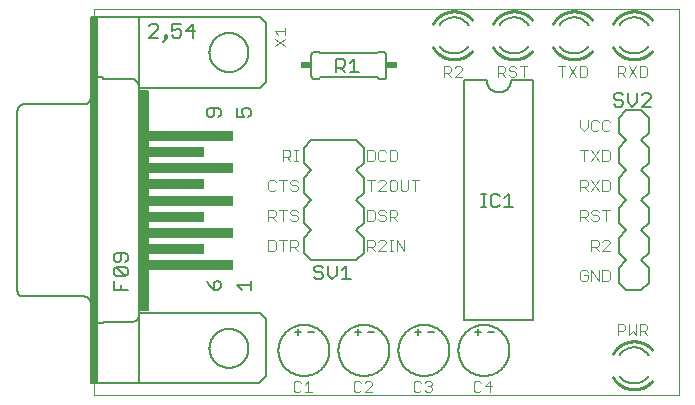
<source format=gto>
G75*
%MOIN*%
%OFA0B0*%
%FSLAX25Y25*%
%IPPOS*%
%LPD*%
%AMOC8*
5,1,8,0,0,1.08239X$1,22.5*
%
%ADD10C,0.00000*%
%ADD11C,0.00600*%
%ADD12C,0.00400*%
%ADD13C,0.00500*%
%ADD14C,0.01000*%
%ADD15R,0.03400X0.02400*%
%ADD16C,0.00300*%
%ADD17R,0.03000X0.73000*%
%ADD18R,0.02000X1.22000*%
%ADD19R,0.28500X0.03200*%
%ADD20R,0.18500X0.03200*%
D10*
X0052595Y0028933D02*
X0052595Y0157634D01*
X0247516Y0157634D01*
X0247516Y0028933D01*
X0052595Y0028933D01*
D11*
X0051595Y0032933D02*
X0051595Y0063433D01*
X0051595Y0124433D01*
X0051595Y0154933D01*
X0053595Y0154933D01*
X0053595Y0144933D01*
X0053595Y0134933D01*
X0055595Y0134933D01*
X0055595Y0134433D01*
X0065095Y0134433D01*
X0065193Y0134431D01*
X0065291Y0134425D01*
X0065389Y0134416D01*
X0065486Y0134402D01*
X0065583Y0134385D01*
X0065679Y0134364D01*
X0065774Y0134339D01*
X0065868Y0134311D01*
X0065960Y0134278D01*
X0066052Y0134243D01*
X0066142Y0134203D01*
X0066230Y0134161D01*
X0066317Y0134114D01*
X0066401Y0134065D01*
X0066484Y0134012D01*
X0066564Y0133956D01*
X0066643Y0133896D01*
X0066719Y0133834D01*
X0066792Y0133769D01*
X0066863Y0133701D01*
X0066931Y0133630D01*
X0066996Y0133557D01*
X0067058Y0133481D01*
X0067118Y0133402D01*
X0067174Y0133322D01*
X0067227Y0133239D01*
X0067276Y0133155D01*
X0067323Y0133068D01*
X0067365Y0132980D01*
X0067405Y0132890D01*
X0067440Y0132798D01*
X0067473Y0132706D01*
X0067501Y0132612D01*
X0067526Y0132517D01*
X0067547Y0132421D01*
X0067564Y0132324D01*
X0067578Y0132227D01*
X0067587Y0132129D01*
X0067593Y0132031D01*
X0067595Y0131933D01*
X0067595Y0131433D02*
X0108095Y0131433D01*
X0110095Y0133433D01*
X0110095Y0152933D01*
X0108095Y0154933D01*
X0068095Y0154933D01*
X0067595Y0154933D01*
X0067595Y0134933D01*
X0067595Y0131433D01*
X0067595Y0130433D01*
X0070595Y0130433D01*
X0070595Y0057433D01*
X0067595Y0057433D01*
X0067595Y0130433D01*
X0053595Y0134933D02*
X0053595Y0052933D01*
X0055595Y0052933D01*
X0055595Y0053433D01*
X0065095Y0053433D01*
X0067595Y0052933D02*
X0067595Y0056433D01*
X0108095Y0056433D01*
X0110095Y0054433D01*
X0110095Y0035433D01*
X0107595Y0032933D01*
X0068095Y0032933D01*
X0067595Y0032933D01*
X0055595Y0032933D01*
X0053595Y0032933D01*
X0053595Y0042933D01*
X0053595Y0052933D01*
X0051595Y0059433D02*
X0051593Y0059531D01*
X0051587Y0059629D01*
X0051578Y0059727D01*
X0051564Y0059824D01*
X0051547Y0059921D01*
X0051526Y0060017D01*
X0051501Y0060112D01*
X0051473Y0060206D01*
X0051440Y0060298D01*
X0051405Y0060390D01*
X0051365Y0060480D01*
X0051323Y0060568D01*
X0051276Y0060655D01*
X0051227Y0060739D01*
X0051174Y0060822D01*
X0051118Y0060902D01*
X0051058Y0060981D01*
X0050996Y0061057D01*
X0050931Y0061130D01*
X0050863Y0061201D01*
X0050792Y0061269D01*
X0050719Y0061334D01*
X0050643Y0061396D01*
X0050564Y0061456D01*
X0050484Y0061512D01*
X0050401Y0061565D01*
X0050317Y0061614D01*
X0050230Y0061661D01*
X0050142Y0061703D01*
X0050052Y0061743D01*
X0049960Y0061778D01*
X0049868Y0061811D01*
X0049774Y0061839D01*
X0049679Y0061864D01*
X0049583Y0061885D01*
X0049486Y0061902D01*
X0049389Y0061916D01*
X0049291Y0061925D01*
X0049193Y0061931D01*
X0049095Y0061933D01*
X0029095Y0061933D01*
X0029008Y0061935D01*
X0028921Y0061941D01*
X0028834Y0061950D01*
X0028748Y0061963D01*
X0028662Y0061980D01*
X0028577Y0062001D01*
X0028494Y0062026D01*
X0028411Y0062054D01*
X0028330Y0062085D01*
X0028250Y0062120D01*
X0028172Y0062159D01*
X0028095Y0062201D01*
X0028020Y0062246D01*
X0027948Y0062295D01*
X0027877Y0062346D01*
X0027809Y0062401D01*
X0027744Y0062458D01*
X0027681Y0062519D01*
X0027620Y0062582D01*
X0027563Y0062647D01*
X0027508Y0062715D01*
X0027457Y0062786D01*
X0027408Y0062858D01*
X0027363Y0062933D01*
X0027321Y0063010D01*
X0027282Y0063088D01*
X0027247Y0063168D01*
X0027216Y0063249D01*
X0027188Y0063332D01*
X0027163Y0063415D01*
X0027142Y0063500D01*
X0027125Y0063586D01*
X0027112Y0063672D01*
X0027103Y0063759D01*
X0027097Y0063846D01*
X0027095Y0063933D01*
X0027095Y0064933D01*
X0027095Y0122933D01*
X0027095Y0123933D01*
X0027097Y0124020D01*
X0027103Y0124107D01*
X0027112Y0124194D01*
X0027125Y0124280D01*
X0027142Y0124366D01*
X0027163Y0124451D01*
X0027188Y0124534D01*
X0027216Y0124617D01*
X0027247Y0124698D01*
X0027282Y0124778D01*
X0027321Y0124856D01*
X0027363Y0124933D01*
X0027408Y0125008D01*
X0027457Y0125080D01*
X0027508Y0125151D01*
X0027563Y0125219D01*
X0027620Y0125284D01*
X0027681Y0125347D01*
X0027744Y0125408D01*
X0027809Y0125465D01*
X0027877Y0125520D01*
X0027948Y0125571D01*
X0028020Y0125620D01*
X0028095Y0125665D01*
X0028172Y0125707D01*
X0028250Y0125746D01*
X0028330Y0125781D01*
X0028411Y0125812D01*
X0028494Y0125840D01*
X0028577Y0125865D01*
X0028662Y0125886D01*
X0028748Y0125903D01*
X0028834Y0125916D01*
X0028921Y0125925D01*
X0029008Y0125931D01*
X0029095Y0125933D01*
X0049095Y0125933D01*
X0049193Y0125935D01*
X0049291Y0125941D01*
X0049389Y0125950D01*
X0049486Y0125964D01*
X0049583Y0125981D01*
X0049679Y0126002D01*
X0049774Y0126027D01*
X0049868Y0126055D01*
X0049960Y0126088D01*
X0050052Y0126123D01*
X0050142Y0126163D01*
X0050230Y0126205D01*
X0050317Y0126252D01*
X0050401Y0126301D01*
X0050484Y0126354D01*
X0050564Y0126410D01*
X0050643Y0126470D01*
X0050719Y0126532D01*
X0050792Y0126597D01*
X0050863Y0126665D01*
X0050931Y0126736D01*
X0050996Y0126809D01*
X0051058Y0126885D01*
X0051118Y0126964D01*
X0051174Y0127044D01*
X0051227Y0127127D01*
X0051276Y0127211D01*
X0051323Y0127298D01*
X0051365Y0127386D01*
X0051405Y0127476D01*
X0051440Y0127568D01*
X0051473Y0127660D01*
X0051501Y0127754D01*
X0051526Y0127849D01*
X0051547Y0127945D01*
X0051564Y0128042D01*
X0051578Y0128139D01*
X0051587Y0128237D01*
X0051593Y0128335D01*
X0051595Y0128433D01*
X0053595Y0154933D02*
X0055595Y0154933D01*
X0067595Y0154933D01*
X0091095Y0143233D02*
X0091097Y0143394D01*
X0091103Y0143554D01*
X0091113Y0143715D01*
X0091127Y0143875D01*
X0091145Y0144035D01*
X0091166Y0144194D01*
X0091192Y0144353D01*
X0091222Y0144511D01*
X0091255Y0144668D01*
X0091293Y0144825D01*
X0091334Y0144980D01*
X0091379Y0145134D01*
X0091428Y0145287D01*
X0091481Y0145439D01*
X0091537Y0145590D01*
X0091598Y0145739D01*
X0091661Y0145887D01*
X0091729Y0146033D01*
X0091800Y0146177D01*
X0091874Y0146319D01*
X0091952Y0146460D01*
X0092034Y0146598D01*
X0092119Y0146735D01*
X0092207Y0146869D01*
X0092299Y0147001D01*
X0092394Y0147131D01*
X0092492Y0147259D01*
X0092593Y0147384D01*
X0092697Y0147506D01*
X0092804Y0147626D01*
X0092914Y0147743D01*
X0093027Y0147858D01*
X0093143Y0147969D01*
X0093262Y0148078D01*
X0093383Y0148183D01*
X0093507Y0148286D01*
X0093633Y0148386D01*
X0093761Y0148482D01*
X0093892Y0148575D01*
X0094026Y0148665D01*
X0094161Y0148752D01*
X0094299Y0148835D01*
X0094438Y0148915D01*
X0094580Y0148991D01*
X0094723Y0149064D01*
X0094868Y0149133D01*
X0095015Y0149199D01*
X0095163Y0149261D01*
X0095313Y0149319D01*
X0095464Y0149374D01*
X0095617Y0149425D01*
X0095771Y0149472D01*
X0095926Y0149515D01*
X0096082Y0149554D01*
X0096238Y0149590D01*
X0096396Y0149621D01*
X0096554Y0149649D01*
X0096713Y0149673D01*
X0096873Y0149693D01*
X0097033Y0149709D01*
X0097193Y0149721D01*
X0097354Y0149729D01*
X0097515Y0149733D01*
X0097675Y0149733D01*
X0097836Y0149729D01*
X0097997Y0149721D01*
X0098157Y0149709D01*
X0098317Y0149693D01*
X0098477Y0149673D01*
X0098636Y0149649D01*
X0098794Y0149621D01*
X0098952Y0149590D01*
X0099108Y0149554D01*
X0099264Y0149515D01*
X0099419Y0149472D01*
X0099573Y0149425D01*
X0099726Y0149374D01*
X0099877Y0149319D01*
X0100027Y0149261D01*
X0100175Y0149199D01*
X0100322Y0149133D01*
X0100467Y0149064D01*
X0100610Y0148991D01*
X0100752Y0148915D01*
X0100891Y0148835D01*
X0101029Y0148752D01*
X0101164Y0148665D01*
X0101298Y0148575D01*
X0101429Y0148482D01*
X0101557Y0148386D01*
X0101683Y0148286D01*
X0101807Y0148183D01*
X0101928Y0148078D01*
X0102047Y0147969D01*
X0102163Y0147858D01*
X0102276Y0147743D01*
X0102386Y0147626D01*
X0102493Y0147506D01*
X0102597Y0147384D01*
X0102698Y0147259D01*
X0102796Y0147131D01*
X0102891Y0147001D01*
X0102983Y0146869D01*
X0103071Y0146735D01*
X0103156Y0146598D01*
X0103238Y0146460D01*
X0103316Y0146319D01*
X0103390Y0146177D01*
X0103461Y0146033D01*
X0103529Y0145887D01*
X0103592Y0145739D01*
X0103653Y0145590D01*
X0103709Y0145439D01*
X0103762Y0145287D01*
X0103811Y0145134D01*
X0103856Y0144980D01*
X0103897Y0144825D01*
X0103935Y0144668D01*
X0103968Y0144511D01*
X0103998Y0144353D01*
X0104024Y0144194D01*
X0104045Y0144035D01*
X0104063Y0143875D01*
X0104077Y0143715D01*
X0104087Y0143554D01*
X0104093Y0143394D01*
X0104095Y0143233D01*
X0104093Y0143072D01*
X0104087Y0142912D01*
X0104077Y0142751D01*
X0104063Y0142591D01*
X0104045Y0142431D01*
X0104024Y0142272D01*
X0103998Y0142113D01*
X0103968Y0141955D01*
X0103935Y0141798D01*
X0103897Y0141641D01*
X0103856Y0141486D01*
X0103811Y0141332D01*
X0103762Y0141179D01*
X0103709Y0141027D01*
X0103653Y0140876D01*
X0103592Y0140727D01*
X0103529Y0140579D01*
X0103461Y0140433D01*
X0103390Y0140289D01*
X0103316Y0140147D01*
X0103238Y0140006D01*
X0103156Y0139868D01*
X0103071Y0139731D01*
X0102983Y0139597D01*
X0102891Y0139465D01*
X0102796Y0139335D01*
X0102698Y0139207D01*
X0102597Y0139082D01*
X0102493Y0138960D01*
X0102386Y0138840D01*
X0102276Y0138723D01*
X0102163Y0138608D01*
X0102047Y0138497D01*
X0101928Y0138388D01*
X0101807Y0138283D01*
X0101683Y0138180D01*
X0101557Y0138080D01*
X0101429Y0137984D01*
X0101298Y0137891D01*
X0101164Y0137801D01*
X0101029Y0137714D01*
X0100891Y0137631D01*
X0100752Y0137551D01*
X0100610Y0137475D01*
X0100467Y0137402D01*
X0100322Y0137333D01*
X0100175Y0137267D01*
X0100027Y0137205D01*
X0099877Y0137147D01*
X0099726Y0137092D01*
X0099573Y0137041D01*
X0099419Y0136994D01*
X0099264Y0136951D01*
X0099108Y0136912D01*
X0098952Y0136876D01*
X0098794Y0136845D01*
X0098636Y0136817D01*
X0098477Y0136793D01*
X0098317Y0136773D01*
X0098157Y0136757D01*
X0097997Y0136745D01*
X0097836Y0136737D01*
X0097675Y0136733D01*
X0097515Y0136733D01*
X0097354Y0136737D01*
X0097193Y0136745D01*
X0097033Y0136757D01*
X0096873Y0136773D01*
X0096713Y0136793D01*
X0096554Y0136817D01*
X0096396Y0136845D01*
X0096238Y0136876D01*
X0096082Y0136912D01*
X0095926Y0136951D01*
X0095771Y0136994D01*
X0095617Y0137041D01*
X0095464Y0137092D01*
X0095313Y0137147D01*
X0095163Y0137205D01*
X0095015Y0137267D01*
X0094868Y0137333D01*
X0094723Y0137402D01*
X0094580Y0137475D01*
X0094438Y0137551D01*
X0094299Y0137631D01*
X0094161Y0137714D01*
X0094026Y0137801D01*
X0093892Y0137891D01*
X0093761Y0137984D01*
X0093633Y0138080D01*
X0093507Y0138180D01*
X0093383Y0138283D01*
X0093262Y0138388D01*
X0093143Y0138497D01*
X0093027Y0138608D01*
X0092914Y0138723D01*
X0092804Y0138840D01*
X0092697Y0138960D01*
X0092593Y0139082D01*
X0092492Y0139207D01*
X0092394Y0139335D01*
X0092299Y0139465D01*
X0092207Y0139597D01*
X0092119Y0139731D01*
X0092034Y0139868D01*
X0091952Y0140006D01*
X0091874Y0140147D01*
X0091800Y0140289D01*
X0091729Y0140433D01*
X0091661Y0140579D01*
X0091598Y0140727D01*
X0091537Y0140876D01*
X0091481Y0141027D01*
X0091428Y0141179D01*
X0091379Y0141332D01*
X0091334Y0141486D01*
X0091293Y0141641D01*
X0091255Y0141798D01*
X0091222Y0141955D01*
X0091192Y0142113D01*
X0091166Y0142272D01*
X0091145Y0142431D01*
X0091127Y0142591D01*
X0091113Y0142751D01*
X0091103Y0142912D01*
X0091097Y0143072D01*
X0091095Y0143233D01*
X0125095Y0142433D02*
X0125095Y0135433D01*
X0125097Y0135373D01*
X0125102Y0135312D01*
X0125111Y0135253D01*
X0125124Y0135194D01*
X0125140Y0135135D01*
X0125160Y0135078D01*
X0125183Y0135023D01*
X0125210Y0134968D01*
X0125239Y0134916D01*
X0125272Y0134865D01*
X0125308Y0134816D01*
X0125346Y0134770D01*
X0125388Y0134726D01*
X0125432Y0134684D01*
X0125478Y0134646D01*
X0125527Y0134610D01*
X0125578Y0134577D01*
X0125630Y0134548D01*
X0125685Y0134521D01*
X0125740Y0134498D01*
X0125797Y0134478D01*
X0125856Y0134462D01*
X0125915Y0134449D01*
X0125974Y0134440D01*
X0126035Y0134435D01*
X0126095Y0134433D01*
X0127595Y0134433D01*
X0128095Y0134933D01*
X0147095Y0134933D01*
X0147595Y0134433D01*
X0149095Y0134433D01*
X0149155Y0134435D01*
X0149216Y0134440D01*
X0149275Y0134449D01*
X0149334Y0134462D01*
X0149393Y0134478D01*
X0149450Y0134498D01*
X0149505Y0134521D01*
X0149560Y0134548D01*
X0149612Y0134577D01*
X0149663Y0134610D01*
X0149712Y0134646D01*
X0149758Y0134684D01*
X0149802Y0134726D01*
X0149844Y0134770D01*
X0149882Y0134816D01*
X0149918Y0134865D01*
X0149951Y0134916D01*
X0149980Y0134968D01*
X0150007Y0135023D01*
X0150030Y0135078D01*
X0150050Y0135135D01*
X0150066Y0135194D01*
X0150079Y0135253D01*
X0150088Y0135312D01*
X0150093Y0135373D01*
X0150095Y0135433D01*
X0150095Y0142433D01*
X0150093Y0142493D01*
X0150088Y0142554D01*
X0150079Y0142613D01*
X0150066Y0142672D01*
X0150050Y0142731D01*
X0150030Y0142788D01*
X0150007Y0142843D01*
X0149980Y0142898D01*
X0149951Y0142950D01*
X0149918Y0143001D01*
X0149882Y0143050D01*
X0149844Y0143096D01*
X0149802Y0143140D01*
X0149758Y0143182D01*
X0149712Y0143220D01*
X0149663Y0143256D01*
X0149612Y0143289D01*
X0149560Y0143318D01*
X0149505Y0143345D01*
X0149450Y0143368D01*
X0149393Y0143388D01*
X0149334Y0143404D01*
X0149275Y0143417D01*
X0149216Y0143426D01*
X0149155Y0143431D01*
X0149095Y0143433D01*
X0147595Y0143433D01*
X0147095Y0142933D01*
X0128095Y0142933D01*
X0127595Y0143433D01*
X0126095Y0143433D01*
X0126035Y0143431D01*
X0125974Y0143426D01*
X0125915Y0143417D01*
X0125856Y0143404D01*
X0125797Y0143388D01*
X0125740Y0143368D01*
X0125685Y0143345D01*
X0125630Y0143318D01*
X0125578Y0143289D01*
X0125527Y0143256D01*
X0125478Y0143220D01*
X0125432Y0143182D01*
X0125388Y0143140D01*
X0125346Y0143096D01*
X0125308Y0143050D01*
X0125272Y0143001D01*
X0125239Y0142950D01*
X0125210Y0142898D01*
X0125183Y0142843D01*
X0125160Y0142788D01*
X0125140Y0142731D01*
X0125124Y0142672D01*
X0125111Y0142613D01*
X0125102Y0142554D01*
X0125097Y0142493D01*
X0125095Y0142433D01*
X0125095Y0113933D02*
X0140095Y0113933D01*
X0142595Y0111433D01*
X0142595Y0106433D01*
X0140095Y0103933D01*
X0142595Y0101433D01*
X0142595Y0096433D01*
X0140095Y0093933D01*
X0142595Y0091433D01*
X0142595Y0086433D01*
X0140095Y0083933D01*
X0142595Y0081433D01*
X0142595Y0076433D01*
X0140095Y0073933D01*
X0125095Y0073933D01*
X0122595Y0076433D01*
X0122595Y0081433D01*
X0125095Y0083933D01*
X0122595Y0086433D01*
X0122595Y0091433D01*
X0125095Y0093933D01*
X0122595Y0096433D01*
X0122595Y0101433D01*
X0125095Y0103933D01*
X0122595Y0106433D01*
X0122595Y0111433D01*
X0125095Y0113933D01*
X0176095Y0133933D02*
X0183595Y0133933D01*
X0183597Y0133807D01*
X0183603Y0133682D01*
X0183613Y0133557D01*
X0183627Y0133432D01*
X0183644Y0133307D01*
X0183666Y0133183D01*
X0183691Y0133060D01*
X0183721Y0132938D01*
X0183754Y0132817D01*
X0183791Y0132697D01*
X0183831Y0132578D01*
X0183876Y0132461D01*
X0183924Y0132344D01*
X0183976Y0132230D01*
X0184031Y0132117D01*
X0184090Y0132006D01*
X0184152Y0131897D01*
X0184218Y0131790D01*
X0184287Y0131685D01*
X0184359Y0131582D01*
X0184434Y0131481D01*
X0184513Y0131383D01*
X0184595Y0131288D01*
X0184679Y0131195D01*
X0184767Y0131105D01*
X0184857Y0131017D01*
X0184950Y0130933D01*
X0185045Y0130851D01*
X0185143Y0130772D01*
X0185244Y0130697D01*
X0185347Y0130625D01*
X0185452Y0130556D01*
X0185559Y0130490D01*
X0185668Y0130428D01*
X0185779Y0130369D01*
X0185892Y0130314D01*
X0186006Y0130262D01*
X0186123Y0130214D01*
X0186240Y0130169D01*
X0186359Y0130129D01*
X0186479Y0130092D01*
X0186600Y0130059D01*
X0186722Y0130029D01*
X0186845Y0130004D01*
X0186969Y0129982D01*
X0187094Y0129965D01*
X0187219Y0129951D01*
X0187344Y0129941D01*
X0187469Y0129935D01*
X0187595Y0129933D01*
X0187721Y0129935D01*
X0187846Y0129941D01*
X0187971Y0129951D01*
X0188096Y0129965D01*
X0188221Y0129982D01*
X0188345Y0130004D01*
X0188468Y0130029D01*
X0188590Y0130059D01*
X0188711Y0130092D01*
X0188831Y0130129D01*
X0188950Y0130169D01*
X0189067Y0130214D01*
X0189184Y0130262D01*
X0189298Y0130314D01*
X0189411Y0130369D01*
X0189522Y0130428D01*
X0189631Y0130490D01*
X0189738Y0130556D01*
X0189843Y0130625D01*
X0189946Y0130697D01*
X0190047Y0130772D01*
X0190145Y0130851D01*
X0190240Y0130933D01*
X0190333Y0131017D01*
X0190423Y0131105D01*
X0190511Y0131195D01*
X0190595Y0131288D01*
X0190677Y0131383D01*
X0190756Y0131481D01*
X0190831Y0131582D01*
X0190903Y0131685D01*
X0190972Y0131790D01*
X0191038Y0131897D01*
X0191100Y0132006D01*
X0191159Y0132117D01*
X0191214Y0132230D01*
X0191266Y0132344D01*
X0191314Y0132461D01*
X0191359Y0132578D01*
X0191399Y0132697D01*
X0191436Y0132817D01*
X0191469Y0132938D01*
X0191499Y0133060D01*
X0191524Y0133183D01*
X0191546Y0133307D01*
X0191563Y0133432D01*
X0191577Y0133557D01*
X0191587Y0133682D01*
X0191593Y0133807D01*
X0191595Y0133933D01*
X0199095Y0133933D01*
X0199095Y0053933D01*
X0176095Y0053933D01*
X0176095Y0133933D01*
X0167795Y0152533D02*
X0167887Y0152652D01*
X0167981Y0152769D01*
X0168079Y0152883D01*
X0168179Y0152995D01*
X0168283Y0153105D01*
X0168388Y0153211D01*
X0168497Y0153316D01*
X0168608Y0153417D01*
X0168722Y0153515D01*
X0168838Y0153611D01*
X0168956Y0153704D01*
X0169077Y0153793D01*
X0169200Y0153880D01*
X0169325Y0153963D01*
X0169452Y0154044D01*
X0169581Y0154121D01*
X0169712Y0154195D01*
X0169845Y0154266D01*
X0169979Y0154333D01*
X0170115Y0154397D01*
X0170253Y0154457D01*
X0170392Y0154514D01*
X0170533Y0154567D01*
X0170675Y0154617D01*
X0170818Y0154664D01*
X0170962Y0154706D01*
X0171107Y0154746D01*
X0171253Y0154781D01*
X0171400Y0154813D01*
X0171548Y0154841D01*
X0171696Y0154865D01*
X0171845Y0154886D01*
X0171995Y0154903D01*
X0172144Y0154916D01*
X0172294Y0154925D01*
X0172445Y0154931D01*
X0172595Y0154933D01*
X0167859Y0145250D02*
X0167953Y0145131D01*
X0168051Y0145015D01*
X0168151Y0144901D01*
X0168255Y0144790D01*
X0168361Y0144682D01*
X0168469Y0144576D01*
X0168581Y0144474D01*
X0168695Y0144374D01*
X0168811Y0144276D01*
X0168930Y0144182D01*
X0169051Y0144091D01*
X0169175Y0144003D01*
X0169301Y0143918D01*
X0169428Y0143837D01*
X0169558Y0143758D01*
X0169690Y0143683D01*
X0169823Y0143612D01*
X0169959Y0143543D01*
X0170096Y0143478D01*
X0170234Y0143417D01*
X0170375Y0143359D01*
X0170516Y0143305D01*
X0170659Y0143254D01*
X0170803Y0143207D01*
X0170948Y0143163D01*
X0171095Y0143124D01*
X0171242Y0143088D01*
X0171390Y0143055D01*
X0171539Y0143027D01*
X0171689Y0143002D01*
X0171839Y0142981D01*
X0171989Y0142964D01*
X0172141Y0142950D01*
X0172292Y0142941D01*
X0172443Y0142935D01*
X0172595Y0142933D01*
X0177477Y0152420D02*
X0177386Y0152545D01*
X0177292Y0152667D01*
X0177194Y0152786D01*
X0177094Y0152903D01*
X0176990Y0153017D01*
X0176884Y0153129D01*
X0176775Y0153237D01*
X0176663Y0153343D01*
X0176548Y0153446D01*
X0176431Y0153546D01*
X0176311Y0153644D01*
X0176189Y0153737D01*
X0176065Y0153828D01*
X0175938Y0153916D01*
X0175809Y0154000D01*
X0175677Y0154081D01*
X0175544Y0154158D01*
X0175409Y0154232D01*
X0175272Y0154303D01*
X0175133Y0154370D01*
X0174993Y0154433D01*
X0174850Y0154493D01*
X0174707Y0154549D01*
X0174562Y0154601D01*
X0174416Y0154650D01*
X0174268Y0154695D01*
X0174120Y0154736D01*
X0173970Y0154773D01*
X0173820Y0154807D01*
X0173668Y0154836D01*
X0173516Y0154862D01*
X0173364Y0154884D01*
X0173211Y0154901D01*
X0173057Y0154915D01*
X0172903Y0154925D01*
X0172749Y0154931D01*
X0172595Y0154933D01*
X0177331Y0145250D02*
X0177237Y0145131D01*
X0177139Y0145015D01*
X0177039Y0144901D01*
X0176935Y0144790D01*
X0176829Y0144682D01*
X0176721Y0144576D01*
X0176609Y0144474D01*
X0176495Y0144374D01*
X0176379Y0144276D01*
X0176260Y0144182D01*
X0176139Y0144091D01*
X0176015Y0144003D01*
X0175889Y0143918D01*
X0175762Y0143837D01*
X0175632Y0143758D01*
X0175500Y0143683D01*
X0175367Y0143612D01*
X0175231Y0143543D01*
X0175094Y0143478D01*
X0174956Y0143417D01*
X0174815Y0143359D01*
X0174674Y0143305D01*
X0174531Y0143254D01*
X0174387Y0143207D01*
X0174242Y0143163D01*
X0174095Y0143124D01*
X0173948Y0143088D01*
X0173800Y0143055D01*
X0173651Y0143027D01*
X0173501Y0143002D01*
X0173351Y0142981D01*
X0173201Y0142964D01*
X0173049Y0142950D01*
X0172898Y0142941D01*
X0172747Y0142935D01*
X0172595Y0142933D01*
X0192595Y0154933D02*
X0192749Y0154931D01*
X0192903Y0154925D01*
X0193057Y0154915D01*
X0193211Y0154901D01*
X0193364Y0154884D01*
X0193516Y0154862D01*
X0193668Y0154836D01*
X0193820Y0154807D01*
X0193970Y0154773D01*
X0194120Y0154736D01*
X0194268Y0154695D01*
X0194416Y0154650D01*
X0194562Y0154601D01*
X0194707Y0154549D01*
X0194850Y0154493D01*
X0194993Y0154433D01*
X0195133Y0154370D01*
X0195272Y0154303D01*
X0195409Y0154232D01*
X0195544Y0154158D01*
X0195677Y0154081D01*
X0195809Y0154000D01*
X0195938Y0153916D01*
X0196065Y0153828D01*
X0196189Y0153737D01*
X0196311Y0153644D01*
X0196431Y0153546D01*
X0196548Y0153446D01*
X0196663Y0153343D01*
X0196775Y0153237D01*
X0196884Y0153129D01*
X0196990Y0153017D01*
X0197094Y0152903D01*
X0197194Y0152786D01*
X0197292Y0152667D01*
X0197386Y0152545D01*
X0197477Y0152420D01*
X0192595Y0142933D02*
X0192443Y0142935D01*
X0192292Y0142941D01*
X0192141Y0142950D01*
X0191989Y0142964D01*
X0191839Y0142981D01*
X0191689Y0143002D01*
X0191539Y0143027D01*
X0191390Y0143055D01*
X0191242Y0143088D01*
X0191095Y0143124D01*
X0190948Y0143163D01*
X0190803Y0143207D01*
X0190659Y0143254D01*
X0190516Y0143305D01*
X0190375Y0143359D01*
X0190234Y0143417D01*
X0190096Y0143478D01*
X0189959Y0143543D01*
X0189823Y0143612D01*
X0189690Y0143683D01*
X0189558Y0143758D01*
X0189428Y0143837D01*
X0189301Y0143918D01*
X0189175Y0144003D01*
X0189051Y0144091D01*
X0188930Y0144182D01*
X0188811Y0144276D01*
X0188695Y0144374D01*
X0188581Y0144474D01*
X0188469Y0144576D01*
X0188361Y0144682D01*
X0188255Y0144790D01*
X0188151Y0144901D01*
X0188051Y0145015D01*
X0187953Y0145131D01*
X0187859Y0145250D01*
X0192595Y0142933D02*
X0192747Y0142935D01*
X0192898Y0142941D01*
X0193049Y0142950D01*
X0193201Y0142964D01*
X0193351Y0142981D01*
X0193501Y0143002D01*
X0193651Y0143027D01*
X0193800Y0143055D01*
X0193948Y0143088D01*
X0194095Y0143124D01*
X0194242Y0143163D01*
X0194387Y0143207D01*
X0194531Y0143254D01*
X0194674Y0143305D01*
X0194815Y0143359D01*
X0194956Y0143417D01*
X0195094Y0143478D01*
X0195231Y0143543D01*
X0195367Y0143612D01*
X0195500Y0143683D01*
X0195632Y0143758D01*
X0195762Y0143837D01*
X0195889Y0143918D01*
X0196015Y0144003D01*
X0196139Y0144091D01*
X0196260Y0144182D01*
X0196379Y0144276D01*
X0196495Y0144374D01*
X0196609Y0144474D01*
X0196721Y0144576D01*
X0196829Y0144682D01*
X0196935Y0144790D01*
X0197039Y0144901D01*
X0197139Y0145015D01*
X0197237Y0145131D01*
X0197331Y0145250D01*
X0192595Y0154933D02*
X0192445Y0154931D01*
X0192294Y0154925D01*
X0192144Y0154916D01*
X0191995Y0154903D01*
X0191845Y0154886D01*
X0191696Y0154865D01*
X0191548Y0154841D01*
X0191400Y0154813D01*
X0191253Y0154781D01*
X0191107Y0154746D01*
X0190962Y0154706D01*
X0190818Y0154664D01*
X0190675Y0154617D01*
X0190533Y0154567D01*
X0190392Y0154514D01*
X0190253Y0154457D01*
X0190115Y0154397D01*
X0189979Y0154333D01*
X0189845Y0154266D01*
X0189712Y0154195D01*
X0189581Y0154121D01*
X0189452Y0154044D01*
X0189325Y0153963D01*
X0189200Y0153880D01*
X0189077Y0153793D01*
X0188956Y0153704D01*
X0188838Y0153611D01*
X0188722Y0153515D01*
X0188608Y0153417D01*
X0188497Y0153316D01*
X0188388Y0153211D01*
X0188283Y0153105D01*
X0188179Y0152995D01*
X0188079Y0152883D01*
X0187981Y0152769D01*
X0187887Y0152652D01*
X0187795Y0152533D01*
X0212595Y0154933D02*
X0212749Y0154931D01*
X0212903Y0154925D01*
X0213057Y0154915D01*
X0213211Y0154901D01*
X0213364Y0154884D01*
X0213516Y0154862D01*
X0213668Y0154836D01*
X0213820Y0154807D01*
X0213970Y0154773D01*
X0214120Y0154736D01*
X0214268Y0154695D01*
X0214416Y0154650D01*
X0214562Y0154601D01*
X0214707Y0154549D01*
X0214850Y0154493D01*
X0214993Y0154433D01*
X0215133Y0154370D01*
X0215272Y0154303D01*
X0215409Y0154232D01*
X0215544Y0154158D01*
X0215677Y0154081D01*
X0215809Y0154000D01*
X0215938Y0153916D01*
X0216065Y0153828D01*
X0216189Y0153737D01*
X0216311Y0153644D01*
X0216431Y0153546D01*
X0216548Y0153446D01*
X0216663Y0153343D01*
X0216775Y0153237D01*
X0216884Y0153129D01*
X0216990Y0153017D01*
X0217094Y0152903D01*
X0217194Y0152786D01*
X0217292Y0152667D01*
X0217386Y0152545D01*
X0217477Y0152420D01*
X0212595Y0142933D02*
X0212443Y0142935D01*
X0212292Y0142941D01*
X0212141Y0142950D01*
X0211989Y0142964D01*
X0211839Y0142981D01*
X0211689Y0143002D01*
X0211539Y0143027D01*
X0211390Y0143055D01*
X0211242Y0143088D01*
X0211095Y0143124D01*
X0210948Y0143163D01*
X0210803Y0143207D01*
X0210659Y0143254D01*
X0210516Y0143305D01*
X0210375Y0143359D01*
X0210234Y0143417D01*
X0210096Y0143478D01*
X0209959Y0143543D01*
X0209823Y0143612D01*
X0209690Y0143683D01*
X0209558Y0143758D01*
X0209428Y0143837D01*
X0209301Y0143918D01*
X0209175Y0144003D01*
X0209051Y0144091D01*
X0208930Y0144182D01*
X0208811Y0144276D01*
X0208695Y0144374D01*
X0208581Y0144474D01*
X0208469Y0144576D01*
X0208361Y0144682D01*
X0208255Y0144790D01*
X0208151Y0144901D01*
X0208051Y0145015D01*
X0207953Y0145131D01*
X0207859Y0145250D01*
X0212595Y0142933D02*
X0212747Y0142935D01*
X0212898Y0142941D01*
X0213049Y0142950D01*
X0213201Y0142964D01*
X0213351Y0142981D01*
X0213501Y0143002D01*
X0213651Y0143027D01*
X0213800Y0143055D01*
X0213948Y0143088D01*
X0214095Y0143124D01*
X0214242Y0143163D01*
X0214387Y0143207D01*
X0214531Y0143254D01*
X0214674Y0143305D01*
X0214815Y0143359D01*
X0214956Y0143417D01*
X0215094Y0143478D01*
X0215231Y0143543D01*
X0215367Y0143612D01*
X0215500Y0143683D01*
X0215632Y0143758D01*
X0215762Y0143837D01*
X0215889Y0143918D01*
X0216015Y0144003D01*
X0216139Y0144091D01*
X0216260Y0144182D01*
X0216379Y0144276D01*
X0216495Y0144374D01*
X0216609Y0144474D01*
X0216721Y0144576D01*
X0216829Y0144682D01*
X0216935Y0144790D01*
X0217039Y0144901D01*
X0217139Y0145015D01*
X0217237Y0145131D01*
X0217331Y0145250D01*
X0212595Y0154933D02*
X0212445Y0154931D01*
X0212294Y0154925D01*
X0212144Y0154916D01*
X0211995Y0154903D01*
X0211845Y0154886D01*
X0211696Y0154865D01*
X0211548Y0154841D01*
X0211400Y0154813D01*
X0211253Y0154781D01*
X0211107Y0154746D01*
X0210962Y0154706D01*
X0210818Y0154664D01*
X0210675Y0154617D01*
X0210533Y0154567D01*
X0210392Y0154514D01*
X0210253Y0154457D01*
X0210115Y0154397D01*
X0209979Y0154333D01*
X0209845Y0154266D01*
X0209712Y0154195D01*
X0209581Y0154121D01*
X0209452Y0154044D01*
X0209325Y0153963D01*
X0209200Y0153880D01*
X0209077Y0153793D01*
X0208956Y0153704D01*
X0208838Y0153611D01*
X0208722Y0153515D01*
X0208608Y0153417D01*
X0208497Y0153316D01*
X0208388Y0153211D01*
X0208283Y0153105D01*
X0208179Y0152995D01*
X0208079Y0152883D01*
X0207981Y0152769D01*
X0207887Y0152652D01*
X0207795Y0152533D01*
X0232595Y0154933D02*
X0232749Y0154931D01*
X0232903Y0154925D01*
X0233057Y0154915D01*
X0233211Y0154901D01*
X0233364Y0154884D01*
X0233516Y0154862D01*
X0233668Y0154836D01*
X0233820Y0154807D01*
X0233970Y0154773D01*
X0234120Y0154736D01*
X0234268Y0154695D01*
X0234416Y0154650D01*
X0234562Y0154601D01*
X0234707Y0154549D01*
X0234850Y0154493D01*
X0234993Y0154433D01*
X0235133Y0154370D01*
X0235272Y0154303D01*
X0235409Y0154232D01*
X0235544Y0154158D01*
X0235677Y0154081D01*
X0235809Y0154000D01*
X0235938Y0153916D01*
X0236065Y0153828D01*
X0236189Y0153737D01*
X0236311Y0153644D01*
X0236431Y0153546D01*
X0236548Y0153446D01*
X0236663Y0153343D01*
X0236775Y0153237D01*
X0236884Y0153129D01*
X0236990Y0153017D01*
X0237094Y0152903D01*
X0237194Y0152786D01*
X0237292Y0152667D01*
X0237386Y0152545D01*
X0237477Y0152420D01*
X0232595Y0142933D02*
X0232443Y0142935D01*
X0232292Y0142941D01*
X0232141Y0142950D01*
X0231989Y0142964D01*
X0231839Y0142981D01*
X0231689Y0143002D01*
X0231539Y0143027D01*
X0231390Y0143055D01*
X0231242Y0143088D01*
X0231095Y0143124D01*
X0230948Y0143163D01*
X0230803Y0143207D01*
X0230659Y0143254D01*
X0230516Y0143305D01*
X0230375Y0143359D01*
X0230234Y0143417D01*
X0230096Y0143478D01*
X0229959Y0143543D01*
X0229823Y0143612D01*
X0229690Y0143683D01*
X0229558Y0143758D01*
X0229428Y0143837D01*
X0229301Y0143918D01*
X0229175Y0144003D01*
X0229051Y0144091D01*
X0228930Y0144182D01*
X0228811Y0144276D01*
X0228695Y0144374D01*
X0228581Y0144474D01*
X0228469Y0144576D01*
X0228361Y0144682D01*
X0228255Y0144790D01*
X0228151Y0144901D01*
X0228051Y0145015D01*
X0227953Y0145131D01*
X0227859Y0145250D01*
X0232595Y0142933D02*
X0232747Y0142935D01*
X0232898Y0142941D01*
X0233049Y0142950D01*
X0233201Y0142964D01*
X0233351Y0142981D01*
X0233501Y0143002D01*
X0233651Y0143027D01*
X0233800Y0143055D01*
X0233948Y0143088D01*
X0234095Y0143124D01*
X0234242Y0143163D01*
X0234387Y0143207D01*
X0234531Y0143254D01*
X0234674Y0143305D01*
X0234815Y0143359D01*
X0234956Y0143417D01*
X0235094Y0143478D01*
X0235231Y0143543D01*
X0235367Y0143612D01*
X0235500Y0143683D01*
X0235632Y0143758D01*
X0235762Y0143837D01*
X0235889Y0143918D01*
X0236015Y0144003D01*
X0236139Y0144091D01*
X0236260Y0144182D01*
X0236379Y0144276D01*
X0236495Y0144374D01*
X0236609Y0144474D01*
X0236721Y0144576D01*
X0236829Y0144682D01*
X0236935Y0144790D01*
X0237039Y0144901D01*
X0237139Y0145015D01*
X0237237Y0145131D01*
X0237331Y0145250D01*
X0232595Y0154933D02*
X0232445Y0154931D01*
X0232294Y0154925D01*
X0232144Y0154916D01*
X0231995Y0154903D01*
X0231845Y0154886D01*
X0231696Y0154865D01*
X0231548Y0154841D01*
X0231400Y0154813D01*
X0231253Y0154781D01*
X0231107Y0154746D01*
X0230962Y0154706D01*
X0230818Y0154664D01*
X0230675Y0154617D01*
X0230533Y0154567D01*
X0230392Y0154514D01*
X0230253Y0154457D01*
X0230115Y0154397D01*
X0229979Y0154333D01*
X0229845Y0154266D01*
X0229712Y0154195D01*
X0229581Y0154121D01*
X0229452Y0154044D01*
X0229325Y0153963D01*
X0229200Y0153880D01*
X0229077Y0153793D01*
X0228956Y0153704D01*
X0228838Y0153611D01*
X0228722Y0153515D01*
X0228608Y0153417D01*
X0228497Y0153316D01*
X0228388Y0153211D01*
X0228283Y0153105D01*
X0228179Y0152995D01*
X0228079Y0152883D01*
X0227981Y0152769D01*
X0227887Y0152652D01*
X0227795Y0152533D01*
X0230095Y0123933D02*
X0227595Y0121433D01*
X0227595Y0116433D01*
X0230095Y0113933D01*
X0227595Y0111433D01*
X0227595Y0106433D01*
X0230095Y0103933D01*
X0227595Y0101433D01*
X0227595Y0096433D01*
X0230095Y0093933D01*
X0227595Y0091433D01*
X0227595Y0086433D01*
X0230095Y0083933D01*
X0227595Y0081433D01*
X0227595Y0076433D01*
X0230095Y0073933D01*
X0227595Y0071433D01*
X0227595Y0066433D01*
X0230095Y0063933D01*
X0235095Y0063933D01*
X0237595Y0066433D01*
X0237595Y0071433D01*
X0235095Y0073933D01*
X0237595Y0076433D01*
X0237595Y0081433D01*
X0235095Y0083933D01*
X0237595Y0086433D01*
X0237595Y0091433D01*
X0235095Y0093933D01*
X0237595Y0096433D01*
X0237595Y0101433D01*
X0235095Y0103933D01*
X0237595Y0106433D01*
X0237595Y0111433D01*
X0235095Y0113933D01*
X0237595Y0116433D01*
X0237595Y0121433D01*
X0235095Y0123933D01*
X0230095Y0123933D01*
X0180595Y0050933D02*
X0180595Y0048933D01*
X0179595Y0049933D02*
X0181595Y0049933D01*
X0184095Y0049933D02*
X0186095Y0049933D01*
X0174095Y0043933D02*
X0174098Y0044142D01*
X0174105Y0044350D01*
X0174118Y0044558D01*
X0174136Y0044766D01*
X0174159Y0044973D01*
X0174187Y0045180D01*
X0174220Y0045386D01*
X0174258Y0045591D01*
X0174302Y0045795D01*
X0174350Y0045998D01*
X0174403Y0046200D01*
X0174461Y0046400D01*
X0174524Y0046599D01*
X0174592Y0046797D01*
X0174665Y0046992D01*
X0174742Y0047186D01*
X0174824Y0047378D01*
X0174911Y0047567D01*
X0175003Y0047755D01*
X0175099Y0047940D01*
X0175199Y0048123D01*
X0175304Y0048303D01*
X0175414Y0048480D01*
X0175528Y0048655D01*
X0175646Y0048827D01*
X0175768Y0048996D01*
X0175894Y0049162D01*
X0176024Y0049325D01*
X0176159Y0049485D01*
X0176297Y0049641D01*
X0176439Y0049794D01*
X0176585Y0049943D01*
X0176734Y0050089D01*
X0176887Y0050231D01*
X0177043Y0050369D01*
X0177203Y0050504D01*
X0177366Y0050634D01*
X0177532Y0050760D01*
X0177701Y0050882D01*
X0177873Y0051000D01*
X0178048Y0051114D01*
X0178225Y0051224D01*
X0178405Y0051329D01*
X0178588Y0051429D01*
X0178773Y0051525D01*
X0178961Y0051617D01*
X0179150Y0051704D01*
X0179342Y0051786D01*
X0179536Y0051863D01*
X0179731Y0051936D01*
X0179929Y0052004D01*
X0180128Y0052067D01*
X0180328Y0052125D01*
X0180530Y0052178D01*
X0180733Y0052226D01*
X0180937Y0052270D01*
X0181142Y0052308D01*
X0181348Y0052341D01*
X0181555Y0052369D01*
X0181762Y0052392D01*
X0181970Y0052410D01*
X0182178Y0052423D01*
X0182386Y0052430D01*
X0182595Y0052433D01*
X0182804Y0052430D01*
X0183012Y0052423D01*
X0183220Y0052410D01*
X0183428Y0052392D01*
X0183635Y0052369D01*
X0183842Y0052341D01*
X0184048Y0052308D01*
X0184253Y0052270D01*
X0184457Y0052226D01*
X0184660Y0052178D01*
X0184862Y0052125D01*
X0185062Y0052067D01*
X0185261Y0052004D01*
X0185459Y0051936D01*
X0185654Y0051863D01*
X0185848Y0051786D01*
X0186040Y0051704D01*
X0186229Y0051617D01*
X0186417Y0051525D01*
X0186602Y0051429D01*
X0186785Y0051329D01*
X0186965Y0051224D01*
X0187142Y0051114D01*
X0187317Y0051000D01*
X0187489Y0050882D01*
X0187658Y0050760D01*
X0187824Y0050634D01*
X0187987Y0050504D01*
X0188147Y0050369D01*
X0188303Y0050231D01*
X0188456Y0050089D01*
X0188605Y0049943D01*
X0188751Y0049794D01*
X0188893Y0049641D01*
X0189031Y0049485D01*
X0189166Y0049325D01*
X0189296Y0049162D01*
X0189422Y0048996D01*
X0189544Y0048827D01*
X0189662Y0048655D01*
X0189776Y0048480D01*
X0189886Y0048303D01*
X0189991Y0048123D01*
X0190091Y0047940D01*
X0190187Y0047755D01*
X0190279Y0047567D01*
X0190366Y0047378D01*
X0190448Y0047186D01*
X0190525Y0046992D01*
X0190598Y0046797D01*
X0190666Y0046599D01*
X0190729Y0046400D01*
X0190787Y0046200D01*
X0190840Y0045998D01*
X0190888Y0045795D01*
X0190932Y0045591D01*
X0190970Y0045386D01*
X0191003Y0045180D01*
X0191031Y0044973D01*
X0191054Y0044766D01*
X0191072Y0044558D01*
X0191085Y0044350D01*
X0191092Y0044142D01*
X0191095Y0043933D01*
X0191092Y0043724D01*
X0191085Y0043516D01*
X0191072Y0043308D01*
X0191054Y0043100D01*
X0191031Y0042893D01*
X0191003Y0042686D01*
X0190970Y0042480D01*
X0190932Y0042275D01*
X0190888Y0042071D01*
X0190840Y0041868D01*
X0190787Y0041666D01*
X0190729Y0041466D01*
X0190666Y0041267D01*
X0190598Y0041069D01*
X0190525Y0040874D01*
X0190448Y0040680D01*
X0190366Y0040488D01*
X0190279Y0040299D01*
X0190187Y0040111D01*
X0190091Y0039926D01*
X0189991Y0039743D01*
X0189886Y0039563D01*
X0189776Y0039386D01*
X0189662Y0039211D01*
X0189544Y0039039D01*
X0189422Y0038870D01*
X0189296Y0038704D01*
X0189166Y0038541D01*
X0189031Y0038381D01*
X0188893Y0038225D01*
X0188751Y0038072D01*
X0188605Y0037923D01*
X0188456Y0037777D01*
X0188303Y0037635D01*
X0188147Y0037497D01*
X0187987Y0037362D01*
X0187824Y0037232D01*
X0187658Y0037106D01*
X0187489Y0036984D01*
X0187317Y0036866D01*
X0187142Y0036752D01*
X0186965Y0036642D01*
X0186785Y0036537D01*
X0186602Y0036437D01*
X0186417Y0036341D01*
X0186229Y0036249D01*
X0186040Y0036162D01*
X0185848Y0036080D01*
X0185654Y0036003D01*
X0185459Y0035930D01*
X0185261Y0035862D01*
X0185062Y0035799D01*
X0184862Y0035741D01*
X0184660Y0035688D01*
X0184457Y0035640D01*
X0184253Y0035596D01*
X0184048Y0035558D01*
X0183842Y0035525D01*
X0183635Y0035497D01*
X0183428Y0035474D01*
X0183220Y0035456D01*
X0183012Y0035443D01*
X0182804Y0035436D01*
X0182595Y0035433D01*
X0182386Y0035436D01*
X0182178Y0035443D01*
X0181970Y0035456D01*
X0181762Y0035474D01*
X0181555Y0035497D01*
X0181348Y0035525D01*
X0181142Y0035558D01*
X0180937Y0035596D01*
X0180733Y0035640D01*
X0180530Y0035688D01*
X0180328Y0035741D01*
X0180128Y0035799D01*
X0179929Y0035862D01*
X0179731Y0035930D01*
X0179536Y0036003D01*
X0179342Y0036080D01*
X0179150Y0036162D01*
X0178961Y0036249D01*
X0178773Y0036341D01*
X0178588Y0036437D01*
X0178405Y0036537D01*
X0178225Y0036642D01*
X0178048Y0036752D01*
X0177873Y0036866D01*
X0177701Y0036984D01*
X0177532Y0037106D01*
X0177366Y0037232D01*
X0177203Y0037362D01*
X0177043Y0037497D01*
X0176887Y0037635D01*
X0176734Y0037777D01*
X0176585Y0037923D01*
X0176439Y0038072D01*
X0176297Y0038225D01*
X0176159Y0038381D01*
X0176024Y0038541D01*
X0175894Y0038704D01*
X0175768Y0038870D01*
X0175646Y0039039D01*
X0175528Y0039211D01*
X0175414Y0039386D01*
X0175304Y0039563D01*
X0175199Y0039743D01*
X0175099Y0039926D01*
X0175003Y0040111D01*
X0174911Y0040299D01*
X0174824Y0040488D01*
X0174742Y0040680D01*
X0174665Y0040874D01*
X0174592Y0041069D01*
X0174524Y0041267D01*
X0174461Y0041466D01*
X0174403Y0041666D01*
X0174350Y0041868D01*
X0174302Y0042071D01*
X0174258Y0042275D01*
X0174220Y0042480D01*
X0174187Y0042686D01*
X0174159Y0042893D01*
X0174136Y0043100D01*
X0174118Y0043308D01*
X0174105Y0043516D01*
X0174098Y0043724D01*
X0174095Y0043933D01*
X0166095Y0049933D02*
X0164095Y0049933D01*
X0161595Y0049933D02*
X0159595Y0049933D01*
X0160595Y0048933D02*
X0160595Y0050933D01*
X0154095Y0043933D02*
X0154098Y0044142D01*
X0154105Y0044350D01*
X0154118Y0044558D01*
X0154136Y0044766D01*
X0154159Y0044973D01*
X0154187Y0045180D01*
X0154220Y0045386D01*
X0154258Y0045591D01*
X0154302Y0045795D01*
X0154350Y0045998D01*
X0154403Y0046200D01*
X0154461Y0046400D01*
X0154524Y0046599D01*
X0154592Y0046797D01*
X0154665Y0046992D01*
X0154742Y0047186D01*
X0154824Y0047378D01*
X0154911Y0047567D01*
X0155003Y0047755D01*
X0155099Y0047940D01*
X0155199Y0048123D01*
X0155304Y0048303D01*
X0155414Y0048480D01*
X0155528Y0048655D01*
X0155646Y0048827D01*
X0155768Y0048996D01*
X0155894Y0049162D01*
X0156024Y0049325D01*
X0156159Y0049485D01*
X0156297Y0049641D01*
X0156439Y0049794D01*
X0156585Y0049943D01*
X0156734Y0050089D01*
X0156887Y0050231D01*
X0157043Y0050369D01*
X0157203Y0050504D01*
X0157366Y0050634D01*
X0157532Y0050760D01*
X0157701Y0050882D01*
X0157873Y0051000D01*
X0158048Y0051114D01*
X0158225Y0051224D01*
X0158405Y0051329D01*
X0158588Y0051429D01*
X0158773Y0051525D01*
X0158961Y0051617D01*
X0159150Y0051704D01*
X0159342Y0051786D01*
X0159536Y0051863D01*
X0159731Y0051936D01*
X0159929Y0052004D01*
X0160128Y0052067D01*
X0160328Y0052125D01*
X0160530Y0052178D01*
X0160733Y0052226D01*
X0160937Y0052270D01*
X0161142Y0052308D01*
X0161348Y0052341D01*
X0161555Y0052369D01*
X0161762Y0052392D01*
X0161970Y0052410D01*
X0162178Y0052423D01*
X0162386Y0052430D01*
X0162595Y0052433D01*
X0162804Y0052430D01*
X0163012Y0052423D01*
X0163220Y0052410D01*
X0163428Y0052392D01*
X0163635Y0052369D01*
X0163842Y0052341D01*
X0164048Y0052308D01*
X0164253Y0052270D01*
X0164457Y0052226D01*
X0164660Y0052178D01*
X0164862Y0052125D01*
X0165062Y0052067D01*
X0165261Y0052004D01*
X0165459Y0051936D01*
X0165654Y0051863D01*
X0165848Y0051786D01*
X0166040Y0051704D01*
X0166229Y0051617D01*
X0166417Y0051525D01*
X0166602Y0051429D01*
X0166785Y0051329D01*
X0166965Y0051224D01*
X0167142Y0051114D01*
X0167317Y0051000D01*
X0167489Y0050882D01*
X0167658Y0050760D01*
X0167824Y0050634D01*
X0167987Y0050504D01*
X0168147Y0050369D01*
X0168303Y0050231D01*
X0168456Y0050089D01*
X0168605Y0049943D01*
X0168751Y0049794D01*
X0168893Y0049641D01*
X0169031Y0049485D01*
X0169166Y0049325D01*
X0169296Y0049162D01*
X0169422Y0048996D01*
X0169544Y0048827D01*
X0169662Y0048655D01*
X0169776Y0048480D01*
X0169886Y0048303D01*
X0169991Y0048123D01*
X0170091Y0047940D01*
X0170187Y0047755D01*
X0170279Y0047567D01*
X0170366Y0047378D01*
X0170448Y0047186D01*
X0170525Y0046992D01*
X0170598Y0046797D01*
X0170666Y0046599D01*
X0170729Y0046400D01*
X0170787Y0046200D01*
X0170840Y0045998D01*
X0170888Y0045795D01*
X0170932Y0045591D01*
X0170970Y0045386D01*
X0171003Y0045180D01*
X0171031Y0044973D01*
X0171054Y0044766D01*
X0171072Y0044558D01*
X0171085Y0044350D01*
X0171092Y0044142D01*
X0171095Y0043933D01*
X0171092Y0043724D01*
X0171085Y0043516D01*
X0171072Y0043308D01*
X0171054Y0043100D01*
X0171031Y0042893D01*
X0171003Y0042686D01*
X0170970Y0042480D01*
X0170932Y0042275D01*
X0170888Y0042071D01*
X0170840Y0041868D01*
X0170787Y0041666D01*
X0170729Y0041466D01*
X0170666Y0041267D01*
X0170598Y0041069D01*
X0170525Y0040874D01*
X0170448Y0040680D01*
X0170366Y0040488D01*
X0170279Y0040299D01*
X0170187Y0040111D01*
X0170091Y0039926D01*
X0169991Y0039743D01*
X0169886Y0039563D01*
X0169776Y0039386D01*
X0169662Y0039211D01*
X0169544Y0039039D01*
X0169422Y0038870D01*
X0169296Y0038704D01*
X0169166Y0038541D01*
X0169031Y0038381D01*
X0168893Y0038225D01*
X0168751Y0038072D01*
X0168605Y0037923D01*
X0168456Y0037777D01*
X0168303Y0037635D01*
X0168147Y0037497D01*
X0167987Y0037362D01*
X0167824Y0037232D01*
X0167658Y0037106D01*
X0167489Y0036984D01*
X0167317Y0036866D01*
X0167142Y0036752D01*
X0166965Y0036642D01*
X0166785Y0036537D01*
X0166602Y0036437D01*
X0166417Y0036341D01*
X0166229Y0036249D01*
X0166040Y0036162D01*
X0165848Y0036080D01*
X0165654Y0036003D01*
X0165459Y0035930D01*
X0165261Y0035862D01*
X0165062Y0035799D01*
X0164862Y0035741D01*
X0164660Y0035688D01*
X0164457Y0035640D01*
X0164253Y0035596D01*
X0164048Y0035558D01*
X0163842Y0035525D01*
X0163635Y0035497D01*
X0163428Y0035474D01*
X0163220Y0035456D01*
X0163012Y0035443D01*
X0162804Y0035436D01*
X0162595Y0035433D01*
X0162386Y0035436D01*
X0162178Y0035443D01*
X0161970Y0035456D01*
X0161762Y0035474D01*
X0161555Y0035497D01*
X0161348Y0035525D01*
X0161142Y0035558D01*
X0160937Y0035596D01*
X0160733Y0035640D01*
X0160530Y0035688D01*
X0160328Y0035741D01*
X0160128Y0035799D01*
X0159929Y0035862D01*
X0159731Y0035930D01*
X0159536Y0036003D01*
X0159342Y0036080D01*
X0159150Y0036162D01*
X0158961Y0036249D01*
X0158773Y0036341D01*
X0158588Y0036437D01*
X0158405Y0036537D01*
X0158225Y0036642D01*
X0158048Y0036752D01*
X0157873Y0036866D01*
X0157701Y0036984D01*
X0157532Y0037106D01*
X0157366Y0037232D01*
X0157203Y0037362D01*
X0157043Y0037497D01*
X0156887Y0037635D01*
X0156734Y0037777D01*
X0156585Y0037923D01*
X0156439Y0038072D01*
X0156297Y0038225D01*
X0156159Y0038381D01*
X0156024Y0038541D01*
X0155894Y0038704D01*
X0155768Y0038870D01*
X0155646Y0039039D01*
X0155528Y0039211D01*
X0155414Y0039386D01*
X0155304Y0039563D01*
X0155199Y0039743D01*
X0155099Y0039926D01*
X0155003Y0040111D01*
X0154911Y0040299D01*
X0154824Y0040488D01*
X0154742Y0040680D01*
X0154665Y0040874D01*
X0154592Y0041069D01*
X0154524Y0041267D01*
X0154461Y0041466D01*
X0154403Y0041666D01*
X0154350Y0041868D01*
X0154302Y0042071D01*
X0154258Y0042275D01*
X0154220Y0042480D01*
X0154187Y0042686D01*
X0154159Y0042893D01*
X0154136Y0043100D01*
X0154118Y0043308D01*
X0154105Y0043516D01*
X0154098Y0043724D01*
X0154095Y0043933D01*
X0146095Y0049933D02*
X0144095Y0049933D01*
X0141595Y0049933D02*
X0139595Y0049933D01*
X0140595Y0048933D02*
X0140595Y0050933D01*
X0134095Y0043933D02*
X0134098Y0044142D01*
X0134105Y0044350D01*
X0134118Y0044558D01*
X0134136Y0044766D01*
X0134159Y0044973D01*
X0134187Y0045180D01*
X0134220Y0045386D01*
X0134258Y0045591D01*
X0134302Y0045795D01*
X0134350Y0045998D01*
X0134403Y0046200D01*
X0134461Y0046400D01*
X0134524Y0046599D01*
X0134592Y0046797D01*
X0134665Y0046992D01*
X0134742Y0047186D01*
X0134824Y0047378D01*
X0134911Y0047567D01*
X0135003Y0047755D01*
X0135099Y0047940D01*
X0135199Y0048123D01*
X0135304Y0048303D01*
X0135414Y0048480D01*
X0135528Y0048655D01*
X0135646Y0048827D01*
X0135768Y0048996D01*
X0135894Y0049162D01*
X0136024Y0049325D01*
X0136159Y0049485D01*
X0136297Y0049641D01*
X0136439Y0049794D01*
X0136585Y0049943D01*
X0136734Y0050089D01*
X0136887Y0050231D01*
X0137043Y0050369D01*
X0137203Y0050504D01*
X0137366Y0050634D01*
X0137532Y0050760D01*
X0137701Y0050882D01*
X0137873Y0051000D01*
X0138048Y0051114D01*
X0138225Y0051224D01*
X0138405Y0051329D01*
X0138588Y0051429D01*
X0138773Y0051525D01*
X0138961Y0051617D01*
X0139150Y0051704D01*
X0139342Y0051786D01*
X0139536Y0051863D01*
X0139731Y0051936D01*
X0139929Y0052004D01*
X0140128Y0052067D01*
X0140328Y0052125D01*
X0140530Y0052178D01*
X0140733Y0052226D01*
X0140937Y0052270D01*
X0141142Y0052308D01*
X0141348Y0052341D01*
X0141555Y0052369D01*
X0141762Y0052392D01*
X0141970Y0052410D01*
X0142178Y0052423D01*
X0142386Y0052430D01*
X0142595Y0052433D01*
X0142804Y0052430D01*
X0143012Y0052423D01*
X0143220Y0052410D01*
X0143428Y0052392D01*
X0143635Y0052369D01*
X0143842Y0052341D01*
X0144048Y0052308D01*
X0144253Y0052270D01*
X0144457Y0052226D01*
X0144660Y0052178D01*
X0144862Y0052125D01*
X0145062Y0052067D01*
X0145261Y0052004D01*
X0145459Y0051936D01*
X0145654Y0051863D01*
X0145848Y0051786D01*
X0146040Y0051704D01*
X0146229Y0051617D01*
X0146417Y0051525D01*
X0146602Y0051429D01*
X0146785Y0051329D01*
X0146965Y0051224D01*
X0147142Y0051114D01*
X0147317Y0051000D01*
X0147489Y0050882D01*
X0147658Y0050760D01*
X0147824Y0050634D01*
X0147987Y0050504D01*
X0148147Y0050369D01*
X0148303Y0050231D01*
X0148456Y0050089D01*
X0148605Y0049943D01*
X0148751Y0049794D01*
X0148893Y0049641D01*
X0149031Y0049485D01*
X0149166Y0049325D01*
X0149296Y0049162D01*
X0149422Y0048996D01*
X0149544Y0048827D01*
X0149662Y0048655D01*
X0149776Y0048480D01*
X0149886Y0048303D01*
X0149991Y0048123D01*
X0150091Y0047940D01*
X0150187Y0047755D01*
X0150279Y0047567D01*
X0150366Y0047378D01*
X0150448Y0047186D01*
X0150525Y0046992D01*
X0150598Y0046797D01*
X0150666Y0046599D01*
X0150729Y0046400D01*
X0150787Y0046200D01*
X0150840Y0045998D01*
X0150888Y0045795D01*
X0150932Y0045591D01*
X0150970Y0045386D01*
X0151003Y0045180D01*
X0151031Y0044973D01*
X0151054Y0044766D01*
X0151072Y0044558D01*
X0151085Y0044350D01*
X0151092Y0044142D01*
X0151095Y0043933D01*
X0151092Y0043724D01*
X0151085Y0043516D01*
X0151072Y0043308D01*
X0151054Y0043100D01*
X0151031Y0042893D01*
X0151003Y0042686D01*
X0150970Y0042480D01*
X0150932Y0042275D01*
X0150888Y0042071D01*
X0150840Y0041868D01*
X0150787Y0041666D01*
X0150729Y0041466D01*
X0150666Y0041267D01*
X0150598Y0041069D01*
X0150525Y0040874D01*
X0150448Y0040680D01*
X0150366Y0040488D01*
X0150279Y0040299D01*
X0150187Y0040111D01*
X0150091Y0039926D01*
X0149991Y0039743D01*
X0149886Y0039563D01*
X0149776Y0039386D01*
X0149662Y0039211D01*
X0149544Y0039039D01*
X0149422Y0038870D01*
X0149296Y0038704D01*
X0149166Y0038541D01*
X0149031Y0038381D01*
X0148893Y0038225D01*
X0148751Y0038072D01*
X0148605Y0037923D01*
X0148456Y0037777D01*
X0148303Y0037635D01*
X0148147Y0037497D01*
X0147987Y0037362D01*
X0147824Y0037232D01*
X0147658Y0037106D01*
X0147489Y0036984D01*
X0147317Y0036866D01*
X0147142Y0036752D01*
X0146965Y0036642D01*
X0146785Y0036537D01*
X0146602Y0036437D01*
X0146417Y0036341D01*
X0146229Y0036249D01*
X0146040Y0036162D01*
X0145848Y0036080D01*
X0145654Y0036003D01*
X0145459Y0035930D01*
X0145261Y0035862D01*
X0145062Y0035799D01*
X0144862Y0035741D01*
X0144660Y0035688D01*
X0144457Y0035640D01*
X0144253Y0035596D01*
X0144048Y0035558D01*
X0143842Y0035525D01*
X0143635Y0035497D01*
X0143428Y0035474D01*
X0143220Y0035456D01*
X0143012Y0035443D01*
X0142804Y0035436D01*
X0142595Y0035433D01*
X0142386Y0035436D01*
X0142178Y0035443D01*
X0141970Y0035456D01*
X0141762Y0035474D01*
X0141555Y0035497D01*
X0141348Y0035525D01*
X0141142Y0035558D01*
X0140937Y0035596D01*
X0140733Y0035640D01*
X0140530Y0035688D01*
X0140328Y0035741D01*
X0140128Y0035799D01*
X0139929Y0035862D01*
X0139731Y0035930D01*
X0139536Y0036003D01*
X0139342Y0036080D01*
X0139150Y0036162D01*
X0138961Y0036249D01*
X0138773Y0036341D01*
X0138588Y0036437D01*
X0138405Y0036537D01*
X0138225Y0036642D01*
X0138048Y0036752D01*
X0137873Y0036866D01*
X0137701Y0036984D01*
X0137532Y0037106D01*
X0137366Y0037232D01*
X0137203Y0037362D01*
X0137043Y0037497D01*
X0136887Y0037635D01*
X0136734Y0037777D01*
X0136585Y0037923D01*
X0136439Y0038072D01*
X0136297Y0038225D01*
X0136159Y0038381D01*
X0136024Y0038541D01*
X0135894Y0038704D01*
X0135768Y0038870D01*
X0135646Y0039039D01*
X0135528Y0039211D01*
X0135414Y0039386D01*
X0135304Y0039563D01*
X0135199Y0039743D01*
X0135099Y0039926D01*
X0135003Y0040111D01*
X0134911Y0040299D01*
X0134824Y0040488D01*
X0134742Y0040680D01*
X0134665Y0040874D01*
X0134592Y0041069D01*
X0134524Y0041267D01*
X0134461Y0041466D01*
X0134403Y0041666D01*
X0134350Y0041868D01*
X0134302Y0042071D01*
X0134258Y0042275D01*
X0134220Y0042480D01*
X0134187Y0042686D01*
X0134159Y0042893D01*
X0134136Y0043100D01*
X0134118Y0043308D01*
X0134105Y0043516D01*
X0134098Y0043724D01*
X0134095Y0043933D01*
X0126095Y0049933D02*
X0124095Y0049933D01*
X0121595Y0049933D02*
X0119595Y0049933D01*
X0120595Y0048933D02*
X0120595Y0050933D01*
X0114095Y0043933D02*
X0114098Y0044142D01*
X0114105Y0044350D01*
X0114118Y0044558D01*
X0114136Y0044766D01*
X0114159Y0044973D01*
X0114187Y0045180D01*
X0114220Y0045386D01*
X0114258Y0045591D01*
X0114302Y0045795D01*
X0114350Y0045998D01*
X0114403Y0046200D01*
X0114461Y0046400D01*
X0114524Y0046599D01*
X0114592Y0046797D01*
X0114665Y0046992D01*
X0114742Y0047186D01*
X0114824Y0047378D01*
X0114911Y0047567D01*
X0115003Y0047755D01*
X0115099Y0047940D01*
X0115199Y0048123D01*
X0115304Y0048303D01*
X0115414Y0048480D01*
X0115528Y0048655D01*
X0115646Y0048827D01*
X0115768Y0048996D01*
X0115894Y0049162D01*
X0116024Y0049325D01*
X0116159Y0049485D01*
X0116297Y0049641D01*
X0116439Y0049794D01*
X0116585Y0049943D01*
X0116734Y0050089D01*
X0116887Y0050231D01*
X0117043Y0050369D01*
X0117203Y0050504D01*
X0117366Y0050634D01*
X0117532Y0050760D01*
X0117701Y0050882D01*
X0117873Y0051000D01*
X0118048Y0051114D01*
X0118225Y0051224D01*
X0118405Y0051329D01*
X0118588Y0051429D01*
X0118773Y0051525D01*
X0118961Y0051617D01*
X0119150Y0051704D01*
X0119342Y0051786D01*
X0119536Y0051863D01*
X0119731Y0051936D01*
X0119929Y0052004D01*
X0120128Y0052067D01*
X0120328Y0052125D01*
X0120530Y0052178D01*
X0120733Y0052226D01*
X0120937Y0052270D01*
X0121142Y0052308D01*
X0121348Y0052341D01*
X0121555Y0052369D01*
X0121762Y0052392D01*
X0121970Y0052410D01*
X0122178Y0052423D01*
X0122386Y0052430D01*
X0122595Y0052433D01*
X0122804Y0052430D01*
X0123012Y0052423D01*
X0123220Y0052410D01*
X0123428Y0052392D01*
X0123635Y0052369D01*
X0123842Y0052341D01*
X0124048Y0052308D01*
X0124253Y0052270D01*
X0124457Y0052226D01*
X0124660Y0052178D01*
X0124862Y0052125D01*
X0125062Y0052067D01*
X0125261Y0052004D01*
X0125459Y0051936D01*
X0125654Y0051863D01*
X0125848Y0051786D01*
X0126040Y0051704D01*
X0126229Y0051617D01*
X0126417Y0051525D01*
X0126602Y0051429D01*
X0126785Y0051329D01*
X0126965Y0051224D01*
X0127142Y0051114D01*
X0127317Y0051000D01*
X0127489Y0050882D01*
X0127658Y0050760D01*
X0127824Y0050634D01*
X0127987Y0050504D01*
X0128147Y0050369D01*
X0128303Y0050231D01*
X0128456Y0050089D01*
X0128605Y0049943D01*
X0128751Y0049794D01*
X0128893Y0049641D01*
X0129031Y0049485D01*
X0129166Y0049325D01*
X0129296Y0049162D01*
X0129422Y0048996D01*
X0129544Y0048827D01*
X0129662Y0048655D01*
X0129776Y0048480D01*
X0129886Y0048303D01*
X0129991Y0048123D01*
X0130091Y0047940D01*
X0130187Y0047755D01*
X0130279Y0047567D01*
X0130366Y0047378D01*
X0130448Y0047186D01*
X0130525Y0046992D01*
X0130598Y0046797D01*
X0130666Y0046599D01*
X0130729Y0046400D01*
X0130787Y0046200D01*
X0130840Y0045998D01*
X0130888Y0045795D01*
X0130932Y0045591D01*
X0130970Y0045386D01*
X0131003Y0045180D01*
X0131031Y0044973D01*
X0131054Y0044766D01*
X0131072Y0044558D01*
X0131085Y0044350D01*
X0131092Y0044142D01*
X0131095Y0043933D01*
X0131092Y0043724D01*
X0131085Y0043516D01*
X0131072Y0043308D01*
X0131054Y0043100D01*
X0131031Y0042893D01*
X0131003Y0042686D01*
X0130970Y0042480D01*
X0130932Y0042275D01*
X0130888Y0042071D01*
X0130840Y0041868D01*
X0130787Y0041666D01*
X0130729Y0041466D01*
X0130666Y0041267D01*
X0130598Y0041069D01*
X0130525Y0040874D01*
X0130448Y0040680D01*
X0130366Y0040488D01*
X0130279Y0040299D01*
X0130187Y0040111D01*
X0130091Y0039926D01*
X0129991Y0039743D01*
X0129886Y0039563D01*
X0129776Y0039386D01*
X0129662Y0039211D01*
X0129544Y0039039D01*
X0129422Y0038870D01*
X0129296Y0038704D01*
X0129166Y0038541D01*
X0129031Y0038381D01*
X0128893Y0038225D01*
X0128751Y0038072D01*
X0128605Y0037923D01*
X0128456Y0037777D01*
X0128303Y0037635D01*
X0128147Y0037497D01*
X0127987Y0037362D01*
X0127824Y0037232D01*
X0127658Y0037106D01*
X0127489Y0036984D01*
X0127317Y0036866D01*
X0127142Y0036752D01*
X0126965Y0036642D01*
X0126785Y0036537D01*
X0126602Y0036437D01*
X0126417Y0036341D01*
X0126229Y0036249D01*
X0126040Y0036162D01*
X0125848Y0036080D01*
X0125654Y0036003D01*
X0125459Y0035930D01*
X0125261Y0035862D01*
X0125062Y0035799D01*
X0124862Y0035741D01*
X0124660Y0035688D01*
X0124457Y0035640D01*
X0124253Y0035596D01*
X0124048Y0035558D01*
X0123842Y0035525D01*
X0123635Y0035497D01*
X0123428Y0035474D01*
X0123220Y0035456D01*
X0123012Y0035443D01*
X0122804Y0035436D01*
X0122595Y0035433D01*
X0122386Y0035436D01*
X0122178Y0035443D01*
X0121970Y0035456D01*
X0121762Y0035474D01*
X0121555Y0035497D01*
X0121348Y0035525D01*
X0121142Y0035558D01*
X0120937Y0035596D01*
X0120733Y0035640D01*
X0120530Y0035688D01*
X0120328Y0035741D01*
X0120128Y0035799D01*
X0119929Y0035862D01*
X0119731Y0035930D01*
X0119536Y0036003D01*
X0119342Y0036080D01*
X0119150Y0036162D01*
X0118961Y0036249D01*
X0118773Y0036341D01*
X0118588Y0036437D01*
X0118405Y0036537D01*
X0118225Y0036642D01*
X0118048Y0036752D01*
X0117873Y0036866D01*
X0117701Y0036984D01*
X0117532Y0037106D01*
X0117366Y0037232D01*
X0117203Y0037362D01*
X0117043Y0037497D01*
X0116887Y0037635D01*
X0116734Y0037777D01*
X0116585Y0037923D01*
X0116439Y0038072D01*
X0116297Y0038225D01*
X0116159Y0038381D01*
X0116024Y0038541D01*
X0115894Y0038704D01*
X0115768Y0038870D01*
X0115646Y0039039D01*
X0115528Y0039211D01*
X0115414Y0039386D01*
X0115304Y0039563D01*
X0115199Y0039743D01*
X0115099Y0039926D01*
X0115003Y0040111D01*
X0114911Y0040299D01*
X0114824Y0040488D01*
X0114742Y0040680D01*
X0114665Y0040874D01*
X0114592Y0041069D01*
X0114524Y0041267D01*
X0114461Y0041466D01*
X0114403Y0041666D01*
X0114350Y0041868D01*
X0114302Y0042071D01*
X0114258Y0042275D01*
X0114220Y0042480D01*
X0114187Y0042686D01*
X0114159Y0042893D01*
X0114136Y0043100D01*
X0114118Y0043308D01*
X0114105Y0043516D01*
X0114098Y0043724D01*
X0114095Y0043933D01*
X0091095Y0044633D02*
X0091097Y0044794D01*
X0091103Y0044954D01*
X0091113Y0045115D01*
X0091127Y0045275D01*
X0091145Y0045435D01*
X0091166Y0045594D01*
X0091192Y0045753D01*
X0091222Y0045911D01*
X0091255Y0046068D01*
X0091293Y0046225D01*
X0091334Y0046380D01*
X0091379Y0046534D01*
X0091428Y0046687D01*
X0091481Y0046839D01*
X0091537Y0046990D01*
X0091598Y0047139D01*
X0091661Y0047287D01*
X0091729Y0047433D01*
X0091800Y0047577D01*
X0091874Y0047719D01*
X0091952Y0047860D01*
X0092034Y0047998D01*
X0092119Y0048135D01*
X0092207Y0048269D01*
X0092299Y0048401D01*
X0092394Y0048531D01*
X0092492Y0048659D01*
X0092593Y0048784D01*
X0092697Y0048906D01*
X0092804Y0049026D01*
X0092914Y0049143D01*
X0093027Y0049258D01*
X0093143Y0049369D01*
X0093262Y0049478D01*
X0093383Y0049583D01*
X0093507Y0049686D01*
X0093633Y0049786D01*
X0093761Y0049882D01*
X0093892Y0049975D01*
X0094026Y0050065D01*
X0094161Y0050152D01*
X0094299Y0050235D01*
X0094438Y0050315D01*
X0094580Y0050391D01*
X0094723Y0050464D01*
X0094868Y0050533D01*
X0095015Y0050599D01*
X0095163Y0050661D01*
X0095313Y0050719D01*
X0095464Y0050774D01*
X0095617Y0050825D01*
X0095771Y0050872D01*
X0095926Y0050915D01*
X0096082Y0050954D01*
X0096238Y0050990D01*
X0096396Y0051021D01*
X0096554Y0051049D01*
X0096713Y0051073D01*
X0096873Y0051093D01*
X0097033Y0051109D01*
X0097193Y0051121D01*
X0097354Y0051129D01*
X0097515Y0051133D01*
X0097675Y0051133D01*
X0097836Y0051129D01*
X0097997Y0051121D01*
X0098157Y0051109D01*
X0098317Y0051093D01*
X0098477Y0051073D01*
X0098636Y0051049D01*
X0098794Y0051021D01*
X0098952Y0050990D01*
X0099108Y0050954D01*
X0099264Y0050915D01*
X0099419Y0050872D01*
X0099573Y0050825D01*
X0099726Y0050774D01*
X0099877Y0050719D01*
X0100027Y0050661D01*
X0100175Y0050599D01*
X0100322Y0050533D01*
X0100467Y0050464D01*
X0100610Y0050391D01*
X0100752Y0050315D01*
X0100891Y0050235D01*
X0101029Y0050152D01*
X0101164Y0050065D01*
X0101298Y0049975D01*
X0101429Y0049882D01*
X0101557Y0049786D01*
X0101683Y0049686D01*
X0101807Y0049583D01*
X0101928Y0049478D01*
X0102047Y0049369D01*
X0102163Y0049258D01*
X0102276Y0049143D01*
X0102386Y0049026D01*
X0102493Y0048906D01*
X0102597Y0048784D01*
X0102698Y0048659D01*
X0102796Y0048531D01*
X0102891Y0048401D01*
X0102983Y0048269D01*
X0103071Y0048135D01*
X0103156Y0047998D01*
X0103238Y0047860D01*
X0103316Y0047719D01*
X0103390Y0047577D01*
X0103461Y0047433D01*
X0103529Y0047287D01*
X0103592Y0047139D01*
X0103653Y0046990D01*
X0103709Y0046839D01*
X0103762Y0046687D01*
X0103811Y0046534D01*
X0103856Y0046380D01*
X0103897Y0046225D01*
X0103935Y0046068D01*
X0103968Y0045911D01*
X0103998Y0045753D01*
X0104024Y0045594D01*
X0104045Y0045435D01*
X0104063Y0045275D01*
X0104077Y0045115D01*
X0104087Y0044954D01*
X0104093Y0044794D01*
X0104095Y0044633D01*
X0104093Y0044472D01*
X0104087Y0044312D01*
X0104077Y0044151D01*
X0104063Y0043991D01*
X0104045Y0043831D01*
X0104024Y0043672D01*
X0103998Y0043513D01*
X0103968Y0043355D01*
X0103935Y0043198D01*
X0103897Y0043041D01*
X0103856Y0042886D01*
X0103811Y0042732D01*
X0103762Y0042579D01*
X0103709Y0042427D01*
X0103653Y0042276D01*
X0103592Y0042127D01*
X0103529Y0041979D01*
X0103461Y0041833D01*
X0103390Y0041689D01*
X0103316Y0041547D01*
X0103238Y0041406D01*
X0103156Y0041268D01*
X0103071Y0041131D01*
X0102983Y0040997D01*
X0102891Y0040865D01*
X0102796Y0040735D01*
X0102698Y0040607D01*
X0102597Y0040482D01*
X0102493Y0040360D01*
X0102386Y0040240D01*
X0102276Y0040123D01*
X0102163Y0040008D01*
X0102047Y0039897D01*
X0101928Y0039788D01*
X0101807Y0039683D01*
X0101683Y0039580D01*
X0101557Y0039480D01*
X0101429Y0039384D01*
X0101298Y0039291D01*
X0101164Y0039201D01*
X0101029Y0039114D01*
X0100891Y0039031D01*
X0100752Y0038951D01*
X0100610Y0038875D01*
X0100467Y0038802D01*
X0100322Y0038733D01*
X0100175Y0038667D01*
X0100027Y0038605D01*
X0099877Y0038547D01*
X0099726Y0038492D01*
X0099573Y0038441D01*
X0099419Y0038394D01*
X0099264Y0038351D01*
X0099108Y0038312D01*
X0098952Y0038276D01*
X0098794Y0038245D01*
X0098636Y0038217D01*
X0098477Y0038193D01*
X0098317Y0038173D01*
X0098157Y0038157D01*
X0097997Y0038145D01*
X0097836Y0038137D01*
X0097675Y0038133D01*
X0097515Y0038133D01*
X0097354Y0038137D01*
X0097193Y0038145D01*
X0097033Y0038157D01*
X0096873Y0038173D01*
X0096713Y0038193D01*
X0096554Y0038217D01*
X0096396Y0038245D01*
X0096238Y0038276D01*
X0096082Y0038312D01*
X0095926Y0038351D01*
X0095771Y0038394D01*
X0095617Y0038441D01*
X0095464Y0038492D01*
X0095313Y0038547D01*
X0095163Y0038605D01*
X0095015Y0038667D01*
X0094868Y0038733D01*
X0094723Y0038802D01*
X0094580Y0038875D01*
X0094438Y0038951D01*
X0094299Y0039031D01*
X0094161Y0039114D01*
X0094026Y0039201D01*
X0093892Y0039291D01*
X0093761Y0039384D01*
X0093633Y0039480D01*
X0093507Y0039580D01*
X0093383Y0039683D01*
X0093262Y0039788D01*
X0093143Y0039897D01*
X0093027Y0040008D01*
X0092914Y0040123D01*
X0092804Y0040240D01*
X0092697Y0040360D01*
X0092593Y0040482D01*
X0092492Y0040607D01*
X0092394Y0040735D01*
X0092299Y0040865D01*
X0092207Y0040997D01*
X0092119Y0041131D01*
X0092034Y0041268D01*
X0091952Y0041406D01*
X0091874Y0041547D01*
X0091800Y0041689D01*
X0091729Y0041833D01*
X0091661Y0041979D01*
X0091598Y0042127D01*
X0091537Y0042276D01*
X0091481Y0042427D01*
X0091428Y0042579D01*
X0091379Y0042732D01*
X0091334Y0042886D01*
X0091293Y0043041D01*
X0091255Y0043198D01*
X0091222Y0043355D01*
X0091192Y0043513D01*
X0091166Y0043672D01*
X0091145Y0043831D01*
X0091127Y0043991D01*
X0091113Y0044151D01*
X0091103Y0044312D01*
X0091097Y0044472D01*
X0091095Y0044633D01*
X0067595Y0052933D02*
X0067595Y0032933D01*
X0053595Y0032933D02*
X0051595Y0032933D01*
X0065095Y0053433D02*
X0065193Y0053435D01*
X0065291Y0053441D01*
X0065389Y0053450D01*
X0065486Y0053464D01*
X0065583Y0053481D01*
X0065679Y0053502D01*
X0065774Y0053527D01*
X0065868Y0053555D01*
X0065960Y0053588D01*
X0066052Y0053623D01*
X0066142Y0053663D01*
X0066230Y0053705D01*
X0066317Y0053752D01*
X0066401Y0053801D01*
X0066484Y0053854D01*
X0066564Y0053910D01*
X0066643Y0053970D01*
X0066719Y0054032D01*
X0066792Y0054097D01*
X0066863Y0054165D01*
X0066931Y0054236D01*
X0066996Y0054309D01*
X0067058Y0054385D01*
X0067118Y0054464D01*
X0067174Y0054544D01*
X0067227Y0054627D01*
X0067276Y0054711D01*
X0067323Y0054798D01*
X0067365Y0054886D01*
X0067405Y0054976D01*
X0067440Y0055068D01*
X0067473Y0055160D01*
X0067501Y0055254D01*
X0067526Y0055349D01*
X0067547Y0055445D01*
X0067564Y0055542D01*
X0067578Y0055639D01*
X0067587Y0055737D01*
X0067593Y0055835D01*
X0067595Y0055933D01*
X0067595Y0056433D02*
X0067595Y0057433D01*
X0232595Y0044933D02*
X0232749Y0044931D01*
X0232903Y0044925D01*
X0233057Y0044915D01*
X0233211Y0044901D01*
X0233364Y0044884D01*
X0233516Y0044862D01*
X0233668Y0044836D01*
X0233820Y0044807D01*
X0233970Y0044773D01*
X0234120Y0044736D01*
X0234268Y0044695D01*
X0234416Y0044650D01*
X0234562Y0044601D01*
X0234707Y0044549D01*
X0234850Y0044493D01*
X0234993Y0044433D01*
X0235133Y0044370D01*
X0235272Y0044303D01*
X0235409Y0044232D01*
X0235544Y0044158D01*
X0235677Y0044081D01*
X0235809Y0044000D01*
X0235938Y0043916D01*
X0236065Y0043828D01*
X0236189Y0043737D01*
X0236311Y0043644D01*
X0236431Y0043546D01*
X0236548Y0043446D01*
X0236663Y0043343D01*
X0236775Y0043237D01*
X0236884Y0043129D01*
X0236990Y0043017D01*
X0237094Y0042903D01*
X0237194Y0042786D01*
X0237292Y0042667D01*
X0237386Y0042545D01*
X0237477Y0042420D01*
X0232595Y0032933D02*
X0232443Y0032935D01*
X0232292Y0032941D01*
X0232141Y0032950D01*
X0231989Y0032964D01*
X0231839Y0032981D01*
X0231689Y0033002D01*
X0231539Y0033027D01*
X0231390Y0033055D01*
X0231242Y0033088D01*
X0231095Y0033124D01*
X0230948Y0033163D01*
X0230803Y0033207D01*
X0230659Y0033254D01*
X0230516Y0033305D01*
X0230375Y0033359D01*
X0230234Y0033417D01*
X0230096Y0033478D01*
X0229959Y0033543D01*
X0229823Y0033612D01*
X0229690Y0033683D01*
X0229558Y0033758D01*
X0229428Y0033837D01*
X0229301Y0033918D01*
X0229175Y0034003D01*
X0229051Y0034091D01*
X0228930Y0034182D01*
X0228811Y0034276D01*
X0228695Y0034374D01*
X0228581Y0034474D01*
X0228469Y0034576D01*
X0228361Y0034682D01*
X0228255Y0034790D01*
X0228151Y0034901D01*
X0228051Y0035015D01*
X0227953Y0035131D01*
X0227859Y0035250D01*
X0232595Y0032933D02*
X0232747Y0032935D01*
X0232898Y0032941D01*
X0233049Y0032950D01*
X0233201Y0032964D01*
X0233351Y0032981D01*
X0233501Y0033002D01*
X0233651Y0033027D01*
X0233800Y0033055D01*
X0233948Y0033088D01*
X0234095Y0033124D01*
X0234242Y0033163D01*
X0234387Y0033207D01*
X0234531Y0033254D01*
X0234674Y0033305D01*
X0234815Y0033359D01*
X0234956Y0033417D01*
X0235094Y0033478D01*
X0235231Y0033543D01*
X0235367Y0033612D01*
X0235500Y0033683D01*
X0235632Y0033758D01*
X0235762Y0033837D01*
X0235889Y0033918D01*
X0236015Y0034003D01*
X0236139Y0034091D01*
X0236260Y0034182D01*
X0236379Y0034276D01*
X0236495Y0034374D01*
X0236609Y0034474D01*
X0236721Y0034576D01*
X0236829Y0034682D01*
X0236935Y0034790D01*
X0237039Y0034901D01*
X0237139Y0035015D01*
X0237237Y0035131D01*
X0237331Y0035250D01*
X0232595Y0044933D02*
X0232445Y0044931D01*
X0232294Y0044925D01*
X0232144Y0044916D01*
X0231995Y0044903D01*
X0231845Y0044886D01*
X0231696Y0044865D01*
X0231548Y0044841D01*
X0231400Y0044813D01*
X0231253Y0044781D01*
X0231107Y0044746D01*
X0230962Y0044706D01*
X0230818Y0044664D01*
X0230675Y0044617D01*
X0230533Y0044567D01*
X0230392Y0044514D01*
X0230253Y0044457D01*
X0230115Y0044397D01*
X0229979Y0044333D01*
X0229845Y0044266D01*
X0229712Y0044195D01*
X0229581Y0044121D01*
X0229452Y0044044D01*
X0229325Y0043963D01*
X0229200Y0043880D01*
X0229077Y0043793D01*
X0228956Y0043704D01*
X0228838Y0043611D01*
X0228722Y0043515D01*
X0228608Y0043417D01*
X0228497Y0043316D01*
X0228388Y0043211D01*
X0228283Y0043105D01*
X0228179Y0042995D01*
X0228079Y0042883D01*
X0227981Y0042769D01*
X0227887Y0042652D01*
X0227795Y0042533D01*
D12*
X0227270Y0049133D02*
X0227270Y0052736D01*
X0229072Y0052736D01*
X0229672Y0052136D01*
X0229672Y0050935D01*
X0229072Y0050334D01*
X0227270Y0050334D01*
X0230954Y0049133D02*
X0232155Y0050334D01*
X0233356Y0049133D01*
X0233356Y0052736D01*
X0234637Y0052736D02*
X0236438Y0052736D01*
X0237039Y0052136D01*
X0237039Y0050935D01*
X0236438Y0050334D01*
X0234637Y0050334D01*
X0235838Y0050334D02*
X0237039Y0049133D01*
X0234637Y0049133D02*
X0234637Y0052736D01*
X0230954Y0052736D02*
X0230954Y0049133D01*
X0184597Y0033736D02*
X0184597Y0030133D01*
X0185197Y0031935D02*
X0182795Y0031935D01*
X0184597Y0033736D01*
X0181514Y0033136D02*
X0180914Y0033736D01*
X0179712Y0033736D01*
X0179112Y0033136D01*
X0179112Y0030734D01*
X0179712Y0030133D01*
X0180914Y0030133D01*
X0181514Y0030734D01*
X0165197Y0030734D02*
X0164597Y0030133D01*
X0163396Y0030133D01*
X0162795Y0030734D01*
X0161514Y0030734D02*
X0160914Y0030133D01*
X0159713Y0030133D01*
X0159112Y0030734D01*
X0159112Y0033136D01*
X0159713Y0033736D01*
X0160914Y0033736D01*
X0161514Y0033136D01*
X0162795Y0033136D02*
X0163396Y0033736D01*
X0164597Y0033736D01*
X0165197Y0033136D01*
X0165197Y0032535D01*
X0164597Y0031935D01*
X0165197Y0031334D01*
X0165197Y0030734D01*
X0164597Y0031935D02*
X0163996Y0031935D01*
X0145197Y0032535D02*
X0145197Y0033136D01*
X0144597Y0033736D01*
X0143396Y0033736D01*
X0142795Y0033136D01*
X0141514Y0033136D02*
X0140914Y0033736D01*
X0139713Y0033736D01*
X0139112Y0033136D01*
X0139112Y0030734D01*
X0139713Y0030133D01*
X0140914Y0030133D01*
X0141514Y0030734D01*
X0142795Y0030133D02*
X0145197Y0032535D01*
X0145197Y0030133D02*
X0142795Y0030133D01*
X0125197Y0030133D02*
X0122795Y0030133D01*
X0123996Y0030133D02*
X0123996Y0033736D01*
X0122795Y0032535D01*
X0121514Y0033136D02*
X0120914Y0033736D01*
X0119712Y0033736D01*
X0119112Y0033136D01*
X0119112Y0030734D01*
X0119712Y0030133D01*
X0120914Y0030133D01*
X0121514Y0030734D01*
X0169112Y0135133D02*
X0169112Y0138736D01*
X0170914Y0138736D01*
X0171514Y0138136D01*
X0171514Y0136935D01*
X0170914Y0136334D01*
X0169112Y0136334D01*
X0170313Y0136334D02*
X0171514Y0135133D01*
X0172795Y0135133D02*
X0175197Y0137535D01*
X0175197Y0138136D01*
X0174597Y0138736D01*
X0173396Y0138736D01*
X0172795Y0138136D01*
X0172795Y0135133D02*
X0175197Y0135133D01*
X0187270Y0135133D02*
X0187270Y0138736D01*
X0189072Y0138736D01*
X0189672Y0138136D01*
X0189672Y0136935D01*
X0189072Y0136334D01*
X0187270Y0136334D01*
X0188471Y0136334D02*
X0189672Y0135133D01*
X0190954Y0135734D02*
X0191554Y0135133D01*
X0192755Y0135133D01*
X0193356Y0135734D01*
X0193356Y0136334D01*
X0192755Y0136935D01*
X0191554Y0136935D01*
X0190954Y0137535D01*
X0190954Y0138136D01*
X0191554Y0138736D01*
X0192755Y0138736D01*
X0193356Y0138136D01*
X0194637Y0138736D02*
X0197039Y0138736D01*
X0195838Y0138736D02*
X0195838Y0135133D01*
X0207270Y0138736D02*
X0209672Y0138736D01*
X0208471Y0138736D02*
X0208471Y0135133D01*
X0210954Y0135133D02*
X0213356Y0138736D01*
X0214637Y0138736D02*
X0216438Y0138736D01*
X0217039Y0138136D01*
X0217039Y0135734D01*
X0216438Y0135133D01*
X0214637Y0135133D01*
X0214637Y0138736D01*
X0210954Y0138736D02*
X0213356Y0135133D01*
X0227270Y0135133D02*
X0227270Y0138736D01*
X0229072Y0138736D01*
X0229672Y0138136D01*
X0229672Y0136935D01*
X0229072Y0136334D01*
X0227270Y0136334D01*
X0228471Y0136334D02*
X0229672Y0135133D01*
X0230954Y0135133D02*
X0233356Y0138736D01*
X0234637Y0138736D02*
X0236438Y0138736D01*
X0237039Y0138136D01*
X0237039Y0135734D01*
X0236438Y0135133D01*
X0234637Y0135133D01*
X0234637Y0138736D01*
X0230954Y0138736D02*
X0233356Y0135133D01*
X0116395Y0145450D02*
X0112792Y0147852D01*
X0113993Y0149133D02*
X0112792Y0150334D01*
X0116395Y0150334D01*
X0116395Y0149133D02*
X0116395Y0151535D01*
X0116395Y0147852D02*
X0112792Y0145450D01*
D13*
X0133241Y0141187D02*
X0133241Y0136683D01*
X0133241Y0138184D02*
X0135493Y0138184D01*
X0136244Y0138935D01*
X0136244Y0140436D01*
X0135493Y0141187D01*
X0133241Y0141187D01*
X0134742Y0138184D02*
X0136244Y0136683D01*
X0137845Y0136683D02*
X0140848Y0136683D01*
X0139346Y0136683D02*
X0139346Y0141187D01*
X0137845Y0139686D01*
X0104845Y0123935D02*
X0104845Y0122434D01*
X0104095Y0121683D01*
X0102593Y0121683D02*
X0101843Y0123184D01*
X0101843Y0123935D01*
X0102593Y0124686D01*
X0104095Y0124686D01*
X0104845Y0123935D01*
X0102593Y0121683D02*
X0100341Y0121683D01*
X0100341Y0124686D01*
X0094845Y0123935D02*
X0094845Y0122434D01*
X0094095Y0121683D01*
X0092593Y0122434D02*
X0092593Y0124686D01*
X0091092Y0124686D02*
X0094095Y0124686D01*
X0094845Y0123935D01*
X0092593Y0122434D02*
X0091843Y0121683D01*
X0091092Y0121683D01*
X0090341Y0122434D01*
X0090341Y0123935D01*
X0091092Y0124686D01*
X0075568Y0146682D02*
X0077069Y0148183D01*
X0076319Y0148183D01*
X0076319Y0148934D01*
X0077069Y0148934D01*
X0077069Y0148183D01*
X0078637Y0148934D02*
X0079388Y0148183D01*
X0080889Y0148183D01*
X0081640Y0148934D01*
X0081640Y0150435D01*
X0080889Y0151186D01*
X0080139Y0151186D01*
X0078637Y0150435D01*
X0078637Y0152687D01*
X0081640Y0152687D01*
X0083241Y0150435D02*
X0086244Y0150435D01*
X0085493Y0148183D02*
X0085493Y0152687D01*
X0083241Y0150435D01*
X0073967Y0151186D02*
X0073967Y0151936D01*
X0073216Y0152687D01*
X0071715Y0152687D01*
X0070964Y0151936D01*
X0073967Y0151186D02*
X0070964Y0148183D01*
X0073967Y0148183D01*
X0181707Y0096187D02*
X0183208Y0096187D01*
X0182457Y0096187D02*
X0182457Y0091683D01*
X0181707Y0091683D02*
X0183208Y0091683D01*
X0184776Y0092434D02*
X0185526Y0091683D01*
X0187028Y0091683D01*
X0187778Y0092434D01*
X0189380Y0091683D02*
X0192382Y0091683D01*
X0190881Y0091683D02*
X0190881Y0096187D01*
X0189380Y0094686D01*
X0187778Y0095436D02*
X0187028Y0096187D01*
X0185526Y0096187D01*
X0184776Y0095436D01*
X0184776Y0092434D01*
X0138150Y0067683D02*
X0135147Y0067683D01*
X0136648Y0067683D02*
X0136648Y0072187D01*
X0135147Y0070686D01*
X0133546Y0072187D02*
X0133546Y0069184D01*
X0132044Y0067683D01*
X0130543Y0069184D01*
X0130543Y0072187D01*
X0128942Y0071436D02*
X0128191Y0072187D01*
X0126690Y0072187D01*
X0125939Y0071436D01*
X0125939Y0070686D01*
X0126690Y0069935D01*
X0128191Y0069935D01*
X0128942Y0069184D01*
X0128942Y0068434D01*
X0128191Y0067683D01*
X0126690Y0067683D01*
X0125939Y0068434D01*
X0104845Y0067186D02*
X0104845Y0064183D01*
X0104845Y0065684D02*
X0100341Y0065684D01*
X0101843Y0064183D01*
X0094845Y0064934D02*
X0094845Y0066435D01*
X0094095Y0067186D01*
X0093344Y0067186D01*
X0092593Y0066435D01*
X0092593Y0064183D01*
X0094095Y0064183D01*
X0094845Y0064934D01*
X0092593Y0064183D02*
X0091092Y0065684D01*
X0090341Y0067186D01*
X0063845Y0069538D02*
X0063095Y0068787D01*
X0060092Y0071790D01*
X0063095Y0071790D01*
X0063845Y0071039D01*
X0063845Y0069538D01*
X0063095Y0068787D02*
X0060092Y0068787D01*
X0059341Y0069538D01*
X0059341Y0071039D01*
X0060092Y0071790D01*
X0060092Y0073391D02*
X0059341Y0074142D01*
X0059341Y0075643D01*
X0060092Y0076393D01*
X0063095Y0076393D01*
X0063845Y0075643D01*
X0063845Y0074142D01*
X0063095Y0073391D01*
X0061593Y0074142D02*
X0061593Y0076393D01*
X0061593Y0074142D02*
X0060843Y0073391D01*
X0060092Y0073391D01*
X0059341Y0067186D02*
X0059341Y0064183D01*
X0063845Y0064183D01*
X0061593Y0064183D02*
X0061593Y0065684D01*
X0225939Y0125934D02*
X0226690Y0125183D01*
X0228191Y0125183D01*
X0228942Y0125934D01*
X0228942Y0126684D01*
X0228191Y0127435D01*
X0226690Y0127435D01*
X0225939Y0128186D01*
X0225939Y0128936D01*
X0226690Y0129687D01*
X0228191Y0129687D01*
X0228942Y0128936D01*
X0230543Y0129687D02*
X0230543Y0126684D01*
X0232044Y0125183D01*
X0233546Y0126684D01*
X0233546Y0129687D01*
X0235147Y0128936D02*
X0235898Y0129687D01*
X0237399Y0129687D01*
X0238150Y0128936D01*
X0238150Y0128186D01*
X0235147Y0125183D01*
X0238150Y0125183D01*
D14*
X0225536Y0152698D02*
X0225629Y0152866D01*
X0225725Y0153032D01*
X0225825Y0153196D01*
X0225930Y0153357D01*
X0226038Y0153516D01*
X0226150Y0153672D01*
X0226266Y0153826D01*
X0226385Y0153976D01*
X0226508Y0154124D01*
X0226634Y0154269D01*
X0226764Y0154410D01*
X0226897Y0154549D01*
X0227034Y0154684D01*
X0227174Y0154816D01*
X0227316Y0154944D01*
X0227462Y0155069D01*
X0227611Y0155191D01*
X0227763Y0155309D01*
X0227917Y0155423D01*
X0228075Y0155533D01*
X0228234Y0155640D01*
X0228397Y0155743D01*
X0228562Y0155842D01*
X0228729Y0155937D01*
X0228898Y0156027D01*
X0229069Y0156114D01*
X0229243Y0156197D01*
X0229418Y0156275D01*
X0229596Y0156349D01*
X0229775Y0156419D01*
X0229955Y0156485D01*
X0230137Y0156546D01*
X0230321Y0156603D01*
X0230506Y0156655D01*
X0230692Y0156703D01*
X0230879Y0156747D01*
X0231067Y0156786D01*
X0231256Y0156820D01*
X0231446Y0156850D01*
X0231636Y0156875D01*
X0231827Y0156896D01*
X0232019Y0156912D01*
X0232211Y0156924D01*
X0232403Y0156931D01*
X0232595Y0156933D01*
X0225649Y0144964D02*
X0225748Y0144795D01*
X0225852Y0144629D01*
X0225959Y0144465D01*
X0226070Y0144304D01*
X0226185Y0144146D01*
X0226304Y0143991D01*
X0226427Y0143838D01*
X0226553Y0143689D01*
X0226683Y0143543D01*
X0226817Y0143400D01*
X0226954Y0143260D01*
X0227094Y0143124D01*
X0227238Y0142991D01*
X0227385Y0142862D01*
X0227535Y0142736D01*
X0227688Y0142615D01*
X0227844Y0142496D01*
X0228003Y0142382D01*
X0228164Y0142272D01*
X0228329Y0142166D01*
X0228495Y0142063D01*
X0228665Y0141965D01*
X0228836Y0141871D01*
X0229010Y0141781D01*
X0229186Y0141696D01*
X0229364Y0141614D01*
X0229544Y0141538D01*
X0229726Y0141465D01*
X0229909Y0141397D01*
X0230094Y0141334D01*
X0230281Y0141275D01*
X0230469Y0141221D01*
X0230658Y0141171D01*
X0230848Y0141126D01*
X0231040Y0141086D01*
X0231232Y0141050D01*
X0231425Y0141019D01*
X0231619Y0140993D01*
X0231814Y0140971D01*
X0232009Y0140955D01*
X0232204Y0140943D01*
X0232400Y0140935D01*
X0232595Y0140933D01*
X0232788Y0140935D01*
X0232981Y0140942D01*
X0233173Y0140954D01*
X0233366Y0140970D01*
X0233558Y0140991D01*
X0233749Y0141017D01*
X0233939Y0141047D01*
X0234129Y0141082D01*
X0234318Y0141121D01*
X0234506Y0141165D01*
X0234693Y0141213D01*
X0234879Y0141266D01*
X0235063Y0141323D01*
X0235246Y0141385D01*
X0235427Y0141451D01*
X0235607Y0141522D01*
X0235785Y0141596D01*
X0235961Y0141675D01*
X0236135Y0141759D01*
X0236307Y0141846D01*
X0236477Y0141938D01*
X0236644Y0142034D01*
X0236810Y0142133D01*
X0236973Y0142237D01*
X0237133Y0142344D01*
X0237290Y0142456D01*
X0237445Y0142571D01*
X0237597Y0142690D01*
X0237746Y0142812D01*
X0237893Y0142938D01*
X0238036Y0143068D01*
X0238176Y0143201D01*
X0238312Y0143337D01*
X0238446Y0143477D01*
X0238575Y0143619D01*
X0238702Y0143765D01*
X0238741Y0154055D02*
X0238614Y0154203D01*
X0238484Y0154348D01*
X0238351Y0154489D01*
X0238214Y0154628D01*
X0238074Y0154763D01*
X0237930Y0154894D01*
X0237783Y0155022D01*
X0237634Y0155147D01*
X0237481Y0155268D01*
X0237326Y0155385D01*
X0237167Y0155498D01*
X0237006Y0155607D01*
X0236842Y0155712D01*
X0236676Y0155814D01*
X0236507Y0155911D01*
X0236337Y0156004D01*
X0236163Y0156093D01*
X0235988Y0156178D01*
X0235811Y0156258D01*
X0235632Y0156334D01*
X0235451Y0156406D01*
X0235268Y0156473D01*
X0235084Y0156536D01*
X0234898Y0156594D01*
X0234711Y0156648D01*
X0234523Y0156697D01*
X0234333Y0156742D01*
X0234143Y0156782D01*
X0233951Y0156817D01*
X0233759Y0156848D01*
X0233566Y0156874D01*
X0233372Y0156895D01*
X0233178Y0156912D01*
X0232984Y0156924D01*
X0232790Y0156931D01*
X0232595Y0156933D01*
X0212595Y0156933D02*
X0212403Y0156931D01*
X0212211Y0156924D01*
X0212019Y0156912D01*
X0211827Y0156896D01*
X0211636Y0156875D01*
X0211446Y0156850D01*
X0211256Y0156820D01*
X0211067Y0156786D01*
X0210879Y0156747D01*
X0210692Y0156703D01*
X0210506Y0156655D01*
X0210321Y0156603D01*
X0210137Y0156546D01*
X0209955Y0156485D01*
X0209775Y0156419D01*
X0209596Y0156349D01*
X0209418Y0156275D01*
X0209243Y0156197D01*
X0209069Y0156114D01*
X0208898Y0156027D01*
X0208729Y0155937D01*
X0208562Y0155842D01*
X0208397Y0155743D01*
X0208234Y0155640D01*
X0208075Y0155533D01*
X0207917Y0155423D01*
X0207763Y0155309D01*
X0207611Y0155191D01*
X0207462Y0155069D01*
X0207316Y0154944D01*
X0207174Y0154816D01*
X0207034Y0154684D01*
X0206897Y0154549D01*
X0206764Y0154410D01*
X0206634Y0154269D01*
X0206508Y0154124D01*
X0206385Y0153976D01*
X0206266Y0153826D01*
X0206150Y0153672D01*
X0206038Y0153516D01*
X0205930Y0153357D01*
X0205825Y0153196D01*
X0205725Y0153032D01*
X0205629Y0152866D01*
X0205536Y0152698D01*
X0205649Y0144964D02*
X0205748Y0144795D01*
X0205852Y0144629D01*
X0205959Y0144465D01*
X0206070Y0144304D01*
X0206185Y0144146D01*
X0206304Y0143991D01*
X0206427Y0143838D01*
X0206553Y0143689D01*
X0206683Y0143543D01*
X0206817Y0143400D01*
X0206954Y0143260D01*
X0207094Y0143124D01*
X0207238Y0142991D01*
X0207385Y0142862D01*
X0207535Y0142736D01*
X0207688Y0142615D01*
X0207844Y0142496D01*
X0208003Y0142382D01*
X0208164Y0142272D01*
X0208329Y0142166D01*
X0208495Y0142063D01*
X0208665Y0141965D01*
X0208836Y0141871D01*
X0209010Y0141781D01*
X0209186Y0141696D01*
X0209364Y0141614D01*
X0209544Y0141538D01*
X0209726Y0141465D01*
X0209909Y0141397D01*
X0210094Y0141334D01*
X0210281Y0141275D01*
X0210469Y0141221D01*
X0210658Y0141171D01*
X0210848Y0141126D01*
X0211040Y0141086D01*
X0211232Y0141050D01*
X0211425Y0141019D01*
X0211619Y0140993D01*
X0211814Y0140971D01*
X0212009Y0140955D01*
X0212204Y0140943D01*
X0212400Y0140935D01*
X0212595Y0140933D01*
X0212788Y0140935D01*
X0212981Y0140942D01*
X0213173Y0140954D01*
X0213366Y0140970D01*
X0213558Y0140991D01*
X0213749Y0141017D01*
X0213939Y0141047D01*
X0214129Y0141082D01*
X0214318Y0141121D01*
X0214506Y0141165D01*
X0214693Y0141213D01*
X0214879Y0141266D01*
X0215063Y0141323D01*
X0215246Y0141385D01*
X0215427Y0141451D01*
X0215607Y0141522D01*
X0215785Y0141596D01*
X0215961Y0141675D01*
X0216135Y0141759D01*
X0216307Y0141846D01*
X0216477Y0141938D01*
X0216644Y0142034D01*
X0216810Y0142133D01*
X0216973Y0142237D01*
X0217133Y0142344D01*
X0217290Y0142456D01*
X0217445Y0142571D01*
X0217597Y0142690D01*
X0217746Y0142812D01*
X0217893Y0142938D01*
X0218036Y0143068D01*
X0218176Y0143201D01*
X0218312Y0143337D01*
X0218446Y0143477D01*
X0218575Y0143619D01*
X0218702Y0143765D01*
X0218741Y0154055D02*
X0218614Y0154203D01*
X0218484Y0154348D01*
X0218351Y0154489D01*
X0218214Y0154628D01*
X0218074Y0154763D01*
X0217930Y0154894D01*
X0217783Y0155022D01*
X0217634Y0155147D01*
X0217481Y0155268D01*
X0217326Y0155385D01*
X0217167Y0155498D01*
X0217006Y0155607D01*
X0216842Y0155712D01*
X0216676Y0155814D01*
X0216507Y0155911D01*
X0216337Y0156004D01*
X0216163Y0156093D01*
X0215988Y0156178D01*
X0215811Y0156258D01*
X0215632Y0156334D01*
X0215451Y0156406D01*
X0215268Y0156473D01*
X0215084Y0156536D01*
X0214898Y0156594D01*
X0214711Y0156648D01*
X0214523Y0156697D01*
X0214333Y0156742D01*
X0214143Y0156782D01*
X0213951Y0156817D01*
X0213759Y0156848D01*
X0213566Y0156874D01*
X0213372Y0156895D01*
X0213178Y0156912D01*
X0212984Y0156924D01*
X0212790Y0156931D01*
X0212595Y0156933D01*
X0192595Y0156933D02*
X0192403Y0156931D01*
X0192211Y0156924D01*
X0192019Y0156912D01*
X0191827Y0156896D01*
X0191636Y0156875D01*
X0191446Y0156850D01*
X0191256Y0156820D01*
X0191067Y0156786D01*
X0190879Y0156747D01*
X0190692Y0156703D01*
X0190506Y0156655D01*
X0190321Y0156603D01*
X0190137Y0156546D01*
X0189955Y0156485D01*
X0189775Y0156419D01*
X0189596Y0156349D01*
X0189418Y0156275D01*
X0189243Y0156197D01*
X0189069Y0156114D01*
X0188898Y0156027D01*
X0188729Y0155937D01*
X0188562Y0155842D01*
X0188397Y0155743D01*
X0188234Y0155640D01*
X0188075Y0155533D01*
X0187917Y0155423D01*
X0187763Y0155309D01*
X0187611Y0155191D01*
X0187462Y0155069D01*
X0187316Y0154944D01*
X0187174Y0154816D01*
X0187034Y0154684D01*
X0186897Y0154549D01*
X0186764Y0154410D01*
X0186634Y0154269D01*
X0186508Y0154124D01*
X0186385Y0153976D01*
X0186266Y0153826D01*
X0186150Y0153672D01*
X0186038Y0153516D01*
X0185930Y0153357D01*
X0185825Y0153196D01*
X0185725Y0153032D01*
X0185629Y0152866D01*
X0185536Y0152698D01*
X0185649Y0144964D02*
X0185748Y0144795D01*
X0185852Y0144629D01*
X0185959Y0144465D01*
X0186070Y0144304D01*
X0186185Y0144146D01*
X0186304Y0143991D01*
X0186427Y0143838D01*
X0186553Y0143689D01*
X0186683Y0143543D01*
X0186817Y0143400D01*
X0186954Y0143260D01*
X0187094Y0143124D01*
X0187238Y0142991D01*
X0187385Y0142862D01*
X0187535Y0142736D01*
X0187688Y0142615D01*
X0187844Y0142496D01*
X0188003Y0142382D01*
X0188164Y0142272D01*
X0188329Y0142166D01*
X0188495Y0142063D01*
X0188665Y0141965D01*
X0188836Y0141871D01*
X0189010Y0141781D01*
X0189186Y0141696D01*
X0189364Y0141614D01*
X0189544Y0141538D01*
X0189726Y0141465D01*
X0189909Y0141397D01*
X0190094Y0141334D01*
X0190281Y0141275D01*
X0190469Y0141221D01*
X0190658Y0141171D01*
X0190848Y0141126D01*
X0191040Y0141086D01*
X0191232Y0141050D01*
X0191425Y0141019D01*
X0191619Y0140993D01*
X0191814Y0140971D01*
X0192009Y0140955D01*
X0192204Y0140943D01*
X0192400Y0140935D01*
X0192595Y0140933D01*
X0192788Y0140935D01*
X0192981Y0140942D01*
X0193173Y0140954D01*
X0193366Y0140970D01*
X0193558Y0140991D01*
X0193749Y0141017D01*
X0193939Y0141047D01*
X0194129Y0141082D01*
X0194318Y0141121D01*
X0194506Y0141165D01*
X0194693Y0141213D01*
X0194879Y0141266D01*
X0195063Y0141323D01*
X0195246Y0141385D01*
X0195427Y0141451D01*
X0195607Y0141522D01*
X0195785Y0141596D01*
X0195961Y0141675D01*
X0196135Y0141759D01*
X0196307Y0141846D01*
X0196477Y0141938D01*
X0196644Y0142034D01*
X0196810Y0142133D01*
X0196973Y0142237D01*
X0197133Y0142344D01*
X0197290Y0142456D01*
X0197445Y0142571D01*
X0197597Y0142690D01*
X0197746Y0142812D01*
X0197893Y0142938D01*
X0198036Y0143068D01*
X0198176Y0143201D01*
X0198312Y0143337D01*
X0198446Y0143477D01*
X0198575Y0143619D01*
X0198702Y0143765D01*
X0198741Y0154055D02*
X0198614Y0154203D01*
X0198484Y0154348D01*
X0198351Y0154489D01*
X0198214Y0154628D01*
X0198074Y0154763D01*
X0197930Y0154894D01*
X0197783Y0155022D01*
X0197634Y0155147D01*
X0197481Y0155268D01*
X0197326Y0155385D01*
X0197167Y0155498D01*
X0197006Y0155607D01*
X0196842Y0155712D01*
X0196676Y0155814D01*
X0196507Y0155911D01*
X0196337Y0156004D01*
X0196163Y0156093D01*
X0195988Y0156178D01*
X0195811Y0156258D01*
X0195632Y0156334D01*
X0195451Y0156406D01*
X0195268Y0156473D01*
X0195084Y0156536D01*
X0194898Y0156594D01*
X0194711Y0156648D01*
X0194523Y0156697D01*
X0194333Y0156742D01*
X0194143Y0156782D01*
X0193951Y0156817D01*
X0193759Y0156848D01*
X0193566Y0156874D01*
X0193372Y0156895D01*
X0193178Y0156912D01*
X0192984Y0156924D01*
X0192790Y0156931D01*
X0192595Y0156933D01*
X0172595Y0156933D02*
X0172403Y0156931D01*
X0172211Y0156924D01*
X0172019Y0156912D01*
X0171827Y0156896D01*
X0171636Y0156875D01*
X0171446Y0156850D01*
X0171256Y0156820D01*
X0171067Y0156786D01*
X0170879Y0156747D01*
X0170692Y0156703D01*
X0170506Y0156655D01*
X0170321Y0156603D01*
X0170137Y0156546D01*
X0169955Y0156485D01*
X0169775Y0156419D01*
X0169596Y0156349D01*
X0169418Y0156275D01*
X0169243Y0156197D01*
X0169069Y0156114D01*
X0168898Y0156027D01*
X0168729Y0155937D01*
X0168562Y0155842D01*
X0168397Y0155743D01*
X0168234Y0155640D01*
X0168075Y0155533D01*
X0167917Y0155423D01*
X0167763Y0155309D01*
X0167611Y0155191D01*
X0167462Y0155069D01*
X0167316Y0154944D01*
X0167174Y0154816D01*
X0167034Y0154684D01*
X0166897Y0154549D01*
X0166764Y0154410D01*
X0166634Y0154269D01*
X0166508Y0154124D01*
X0166385Y0153976D01*
X0166266Y0153826D01*
X0166150Y0153672D01*
X0166038Y0153516D01*
X0165930Y0153357D01*
X0165825Y0153196D01*
X0165725Y0153032D01*
X0165629Y0152866D01*
X0165536Y0152698D01*
X0165649Y0144964D02*
X0165748Y0144795D01*
X0165852Y0144629D01*
X0165959Y0144465D01*
X0166070Y0144304D01*
X0166185Y0144146D01*
X0166304Y0143991D01*
X0166427Y0143838D01*
X0166553Y0143689D01*
X0166683Y0143543D01*
X0166817Y0143400D01*
X0166954Y0143260D01*
X0167094Y0143124D01*
X0167238Y0142991D01*
X0167385Y0142862D01*
X0167535Y0142736D01*
X0167688Y0142615D01*
X0167844Y0142496D01*
X0168003Y0142382D01*
X0168164Y0142272D01*
X0168329Y0142166D01*
X0168495Y0142063D01*
X0168665Y0141965D01*
X0168836Y0141871D01*
X0169010Y0141781D01*
X0169186Y0141696D01*
X0169364Y0141614D01*
X0169544Y0141538D01*
X0169726Y0141465D01*
X0169909Y0141397D01*
X0170094Y0141334D01*
X0170281Y0141275D01*
X0170469Y0141221D01*
X0170658Y0141171D01*
X0170848Y0141126D01*
X0171040Y0141086D01*
X0171232Y0141050D01*
X0171425Y0141019D01*
X0171619Y0140993D01*
X0171814Y0140971D01*
X0172009Y0140955D01*
X0172204Y0140943D01*
X0172400Y0140935D01*
X0172595Y0140933D01*
X0172788Y0140935D01*
X0172981Y0140942D01*
X0173173Y0140954D01*
X0173366Y0140970D01*
X0173558Y0140991D01*
X0173749Y0141017D01*
X0173939Y0141047D01*
X0174129Y0141082D01*
X0174318Y0141121D01*
X0174506Y0141165D01*
X0174693Y0141213D01*
X0174879Y0141266D01*
X0175063Y0141323D01*
X0175246Y0141385D01*
X0175427Y0141451D01*
X0175607Y0141522D01*
X0175785Y0141596D01*
X0175961Y0141675D01*
X0176135Y0141759D01*
X0176307Y0141846D01*
X0176477Y0141938D01*
X0176644Y0142034D01*
X0176810Y0142133D01*
X0176973Y0142237D01*
X0177133Y0142344D01*
X0177290Y0142456D01*
X0177445Y0142571D01*
X0177597Y0142690D01*
X0177746Y0142812D01*
X0177893Y0142938D01*
X0178036Y0143068D01*
X0178176Y0143201D01*
X0178312Y0143337D01*
X0178446Y0143477D01*
X0178575Y0143619D01*
X0178702Y0143765D01*
X0178741Y0154055D02*
X0178614Y0154203D01*
X0178484Y0154348D01*
X0178351Y0154489D01*
X0178214Y0154628D01*
X0178074Y0154763D01*
X0177930Y0154894D01*
X0177783Y0155022D01*
X0177634Y0155147D01*
X0177481Y0155268D01*
X0177326Y0155385D01*
X0177167Y0155498D01*
X0177006Y0155607D01*
X0176842Y0155712D01*
X0176676Y0155814D01*
X0176507Y0155911D01*
X0176337Y0156004D01*
X0176163Y0156093D01*
X0175988Y0156178D01*
X0175811Y0156258D01*
X0175632Y0156334D01*
X0175451Y0156406D01*
X0175268Y0156473D01*
X0175084Y0156536D01*
X0174898Y0156594D01*
X0174711Y0156648D01*
X0174523Y0156697D01*
X0174333Y0156742D01*
X0174143Y0156782D01*
X0173951Y0156817D01*
X0173759Y0156848D01*
X0173566Y0156874D01*
X0173372Y0156895D01*
X0173178Y0156912D01*
X0172984Y0156924D01*
X0172790Y0156931D01*
X0172595Y0156933D01*
X0225649Y0034964D02*
X0225748Y0034795D01*
X0225852Y0034629D01*
X0225959Y0034465D01*
X0226070Y0034304D01*
X0226185Y0034146D01*
X0226304Y0033991D01*
X0226427Y0033838D01*
X0226553Y0033689D01*
X0226683Y0033543D01*
X0226817Y0033400D01*
X0226954Y0033260D01*
X0227094Y0033124D01*
X0227238Y0032991D01*
X0227385Y0032862D01*
X0227535Y0032736D01*
X0227688Y0032615D01*
X0227844Y0032496D01*
X0228003Y0032382D01*
X0228164Y0032272D01*
X0228329Y0032166D01*
X0228495Y0032063D01*
X0228665Y0031965D01*
X0228836Y0031871D01*
X0229010Y0031781D01*
X0229186Y0031696D01*
X0229364Y0031614D01*
X0229544Y0031538D01*
X0229726Y0031465D01*
X0229909Y0031397D01*
X0230094Y0031334D01*
X0230281Y0031275D01*
X0230469Y0031221D01*
X0230658Y0031171D01*
X0230848Y0031126D01*
X0231040Y0031086D01*
X0231232Y0031050D01*
X0231425Y0031019D01*
X0231619Y0030993D01*
X0231814Y0030971D01*
X0232009Y0030955D01*
X0232204Y0030943D01*
X0232400Y0030935D01*
X0232595Y0030933D01*
X0225536Y0042698D02*
X0225629Y0042866D01*
X0225725Y0043032D01*
X0225825Y0043196D01*
X0225930Y0043357D01*
X0226038Y0043516D01*
X0226150Y0043672D01*
X0226266Y0043826D01*
X0226385Y0043976D01*
X0226508Y0044124D01*
X0226634Y0044269D01*
X0226764Y0044410D01*
X0226897Y0044549D01*
X0227034Y0044684D01*
X0227174Y0044816D01*
X0227316Y0044944D01*
X0227462Y0045069D01*
X0227611Y0045191D01*
X0227763Y0045309D01*
X0227917Y0045423D01*
X0228075Y0045533D01*
X0228234Y0045640D01*
X0228397Y0045743D01*
X0228562Y0045842D01*
X0228729Y0045937D01*
X0228898Y0046027D01*
X0229069Y0046114D01*
X0229243Y0046197D01*
X0229418Y0046275D01*
X0229596Y0046349D01*
X0229775Y0046419D01*
X0229955Y0046485D01*
X0230137Y0046546D01*
X0230321Y0046603D01*
X0230506Y0046655D01*
X0230692Y0046703D01*
X0230879Y0046747D01*
X0231067Y0046786D01*
X0231256Y0046820D01*
X0231446Y0046850D01*
X0231636Y0046875D01*
X0231827Y0046896D01*
X0232019Y0046912D01*
X0232211Y0046924D01*
X0232403Y0046931D01*
X0232595Y0046933D01*
X0238702Y0033765D02*
X0238575Y0033619D01*
X0238446Y0033477D01*
X0238312Y0033337D01*
X0238176Y0033201D01*
X0238036Y0033068D01*
X0237893Y0032938D01*
X0237746Y0032812D01*
X0237597Y0032690D01*
X0237445Y0032571D01*
X0237290Y0032456D01*
X0237133Y0032344D01*
X0236973Y0032237D01*
X0236810Y0032133D01*
X0236644Y0032034D01*
X0236477Y0031938D01*
X0236307Y0031846D01*
X0236135Y0031759D01*
X0235961Y0031675D01*
X0235785Y0031596D01*
X0235607Y0031522D01*
X0235427Y0031451D01*
X0235246Y0031385D01*
X0235063Y0031323D01*
X0234879Y0031266D01*
X0234693Y0031213D01*
X0234506Y0031165D01*
X0234318Y0031121D01*
X0234129Y0031082D01*
X0233939Y0031047D01*
X0233749Y0031017D01*
X0233558Y0030991D01*
X0233366Y0030970D01*
X0233173Y0030954D01*
X0232981Y0030942D01*
X0232788Y0030935D01*
X0232595Y0030933D01*
X0238741Y0044055D02*
X0238614Y0044203D01*
X0238484Y0044348D01*
X0238351Y0044489D01*
X0238214Y0044628D01*
X0238074Y0044763D01*
X0237930Y0044894D01*
X0237783Y0045022D01*
X0237634Y0045147D01*
X0237481Y0045268D01*
X0237326Y0045385D01*
X0237167Y0045498D01*
X0237006Y0045607D01*
X0236842Y0045712D01*
X0236676Y0045814D01*
X0236507Y0045911D01*
X0236337Y0046004D01*
X0236163Y0046093D01*
X0235988Y0046178D01*
X0235811Y0046258D01*
X0235632Y0046334D01*
X0235451Y0046406D01*
X0235268Y0046473D01*
X0235084Y0046536D01*
X0234898Y0046594D01*
X0234711Y0046648D01*
X0234523Y0046697D01*
X0234333Y0046742D01*
X0234143Y0046782D01*
X0233951Y0046817D01*
X0233759Y0046848D01*
X0233566Y0046874D01*
X0233372Y0046895D01*
X0233178Y0046912D01*
X0232984Y0046924D01*
X0232790Y0046931D01*
X0232595Y0046933D01*
D15*
X0151795Y0138933D03*
X0123395Y0138933D03*
D16*
X0120524Y0110786D02*
X0119290Y0110786D01*
X0119907Y0110786D02*
X0119907Y0107083D01*
X0119290Y0107083D02*
X0120524Y0107083D01*
X0118075Y0107083D02*
X0116841Y0108317D01*
X0117458Y0108317D02*
X0115607Y0108317D01*
X0115607Y0107083D02*
X0115607Y0110786D01*
X0117458Y0110786D01*
X0118075Y0110169D01*
X0118075Y0108935D01*
X0117458Y0108317D01*
X0116848Y0100786D02*
X0114379Y0100786D01*
X0115613Y0100786D02*
X0115613Y0097083D01*
X0113164Y0097700D02*
X0112547Y0097083D01*
X0111313Y0097083D01*
X0110696Y0097700D01*
X0110696Y0100169D01*
X0111313Y0100786D01*
X0112547Y0100786D01*
X0113164Y0100169D01*
X0118062Y0100169D02*
X0118062Y0099552D01*
X0118679Y0098935D01*
X0119914Y0098935D01*
X0120531Y0098317D01*
X0120531Y0097700D01*
X0119914Y0097083D01*
X0118679Y0097083D01*
X0118062Y0097700D01*
X0118062Y0100169D02*
X0118679Y0100786D01*
X0119914Y0100786D01*
X0120531Y0100169D01*
X0119914Y0090786D02*
X0118679Y0090786D01*
X0118062Y0090169D01*
X0118062Y0089552D01*
X0118679Y0088935D01*
X0119914Y0088935D01*
X0120531Y0088317D01*
X0120531Y0087700D01*
X0119914Y0087083D01*
X0118679Y0087083D01*
X0118062Y0087700D01*
X0115613Y0087083D02*
X0115613Y0090786D01*
X0114379Y0090786D02*
X0116848Y0090786D01*
X0113164Y0090169D02*
X0113164Y0088935D01*
X0112547Y0088317D01*
X0110696Y0088317D01*
X0110696Y0087083D02*
X0110696Y0090786D01*
X0112547Y0090786D01*
X0113164Y0090169D01*
X0111930Y0088317D02*
X0113164Y0087083D01*
X0119914Y0090786D02*
X0120531Y0090169D01*
X0119914Y0080786D02*
X0118062Y0080786D01*
X0118062Y0077083D01*
X0118062Y0078317D02*
X0119914Y0078317D01*
X0120531Y0078935D01*
X0120531Y0080169D01*
X0119914Y0080786D01*
X0119296Y0078317D02*
X0120531Y0077083D01*
X0115613Y0077083D02*
X0115613Y0080786D01*
X0114379Y0080786D02*
X0116848Y0080786D01*
X0113164Y0080169D02*
X0112547Y0080786D01*
X0110696Y0080786D01*
X0110696Y0077083D01*
X0112547Y0077083D01*
X0113164Y0077700D01*
X0113164Y0080169D01*
X0143745Y0080786D02*
X0143745Y0077083D01*
X0143745Y0078317D02*
X0145597Y0078317D01*
X0146214Y0078935D01*
X0146214Y0080169D01*
X0145597Y0080786D01*
X0143745Y0080786D01*
X0144980Y0078317D02*
X0146214Y0077083D01*
X0147428Y0077083D02*
X0149897Y0079552D01*
X0149897Y0080169D01*
X0149280Y0080786D01*
X0148045Y0080786D01*
X0147428Y0080169D01*
X0151111Y0080786D02*
X0152346Y0080786D01*
X0151729Y0080786D02*
X0151729Y0077083D01*
X0152346Y0077083D02*
X0151111Y0077083D01*
X0149897Y0077083D02*
X0147428Y0077083D01*
X0153567Y0077083D02*
X0153567Y0080786D01*
X0156036Y0077083D01*
X0156036Y0080786D01*
X0153580Y0087083D02*
X0152346Y0088317D01*
X0152963Y0088317D02*
X0151111Y0088317D01*
X0149897Y0088317D02*
X0149897Y0087700D01*
X0149280Y0087083D01*
X0148045Y0087083D01*
X0147428Y0087700D01*
X0146214Y0087700D02*
X0145597Y0087083D01*
X0143745Y0087083D01*
X0143745Y0090786D01*
X0145597Y0090786D01*
X0146214Y0090169D01*
X0146214Y0087700D01*
X0148045Y0088935D02*
X0147428Y0089552D01*
X0147428Y0090169D01*
X0148045Y0090786D01*
X0149280Y0090786D01*
X0149897Y0090169D01*
X0151111Y0090786D02*
X0152963Y0090786D01*
X0153580Y0090169D01*
X0153580Y0088935D01*
X0152963Y0088317D01*
X0151111Y0087083D02*
X0151111Y0090786D01*
X0149280Y0088935D02*
X0149897Y0088317D01*
X0149280Y0088935D02*
X0148045Y0088935D01*
X0147428Y0097083D02*
X0149897Y0099552D01*
X0149897Y0100169D01*
X0149280Y0100786D01*
X0148045Y0100786D01*
X0147428Y0100169D01*
X0146214Y0100786D02*
X0143745Y0100786D01*
X0144980Y0100786D02*
X0144980Y0097083D01*
X0147428Y0097083D02*
X0149897Y0097083D01*
X0151111Y0097700D02*
X0151729Y0097083D01*
X0152963Y0097083D01*
X0153580Y0097700D01*
X0153580Y0100169D01*
X0152963Y0100786D01*
X0151729Y0100786D01*
X0151111Y0100169D01*
X0151111Y0097700D01*
X0154795Y0097700D02*
X0154795Y0100786D01*
X0157263Y0100786D02*
X0157263Y0097700D01*
X0156646Y0097083D01*
X0155412Y0097083D01*
X0154795Y0097700D01*
X0158478Y0100786D02*
X0160946Y0100786D01*
X0159712Y0100786D02*
X0159712Y0097083D01*
X0152963Y0107083D02*
X0151111Y0107083D01*
X0151111Y0110786D01*
X0152963Y0110786D01*
X0153580Y0110169D01*
X0153580Y0107700D01*
X0152963Y0107083D01*
X0149897Y0107700D02*
X0149280Y0107083D01*
X0148045Y0107083D01*
X0147428Y0107700D01*
X0147428Y0110169D01*
X0148045Y0110786D01*
X0149280Y0110786D01*
X0149897Y0110169D01*
X0146214Y0110169D02*
X0146214Y0107700D01*
X0145597Y0107083D01*
X0143745Y0107083D01*
X0143745Y0110786D01*
X0145597Y0110786D01*
X0146214Y0110169D01*
X0214696Y0110786D02*
X0217164Y0110786D01*
X0218379Y0110786D02*
X0220848Y0107083D01*
X0222062Y0107083D02*
X0223914Y0107083D01*
X0224531Y0107700D01*
X0224531Y0110169D01*
X0223914Y0110786D01*
X0222062Y0110786D01*
X0222062Y0107083D01*
X0218379Y0107083D02*
X0220848Y0110786D01*
X0215930Y0110786D02*
X0215930Y0107083D01*
X0216547Y0100786D02*
X0214696Y0100786D01*
X0214696Y0097083D01*
X0214696Y0098317D02*
X0216547Y0098317D01*
X0217164Y0098935D01*
X0217164Y0100169D01*
X0216547Y0100786D01*
X0218379Y0100786D02*
X0220848Y0097083D01*
X0222062Y0097083D02*
X0223914Y0097083D01*
X0224531Y0097700D01*
X0224531Y0100169D01*
X0223914Y0100786D01*
X0222062Y0100786D01*
X0222062Y0097083D01*
X0218379Y0097083D02*
X0220848Y0100786D01*
X0217164Y0097083D02*
X0215930Y0098317D01*
X0216547Y0090786D02*
X0214696Y0090786D01*
X0214696Y0087083D01*
X0214696Y0088317D02*
X0216547Y0088317D01*
X0217164Y0088935D01*
X0217164Y0090169D01*
X0216547Y0090786D01*
X0218379Y0090169D02*
X0218379Y0089552D01*
X0218996Y0088935D01*
X0220230Y0088935D01*
X0220848Y0088317D01*
X0220848Y0087700D01*
X0220230Y0087083D01*
X0218996Y0087083D01*
X0218379Y0087700D01*
X0217164Y0087083D02*
X0215930Y0088317D01*
X0218379Y0090169D02*
X0218996Y0090786D01*
X0220230Y0090786D01*
X0220848Y0090169D01*
X0222062Y0090786D02*
X0224531Y0090786D01*
X0223296Y0090786D02*
X0223296Y0087083D01*
X0222679Y0080786D02*
X0222062Y0080169D01*
X0222679Y0080786D02*
X0223914Y0080786D01*
X0224531Y0080169D01*
X0224531Y0079552D01*
X0222062Y0077083D01*
X0224531Y0077083D01*
X0220848Y0077083D02*
X0219613Y0078317D01*
X0220230Y0078317D02*
X0218379Y0078317D01*
X0218379Y0077083D02*
X0218379Y0080786D01*
X0220230Y0080786D01*
X0220848Y0080169D01*
X0220848Y0078935D01*
X0220230Y0078317D01*
X0220848Y0070786D02*
X0220848Y0067083D01*
X0218379Y0070786D01*
X0218379Y0067083D01*
X0217164Y0067700D02*
X0217164Y0068935D01*
X0215930Y0068935D01*
X0214696Y0070169D02*
X0214696Y0067700D01*
X0215313Y0067083D01*
X0216547Y0067083D01*
X0217164Y0067700D01*
X0217164Y0070169D02*
X0216547Y0070786D01*
X0215313Y0070786D01*
X0214696Y0070169D01*
X0222062Y0070786D02*
X0222062Y0067083D01*
X0223914Y0067083D01*
X0224531Y0067700D01*
X0224531Y0070169D01*
X0223914Y0070786D01*
X0222062Y0070786D01*
X0222679Y0117083D02*
X0223914Y0117083D01*
X0224531Y0117700D01*
X0222679Y0117083D02*
X0222062Y0117700D01*
X0222062Y0120169D01*
X0222679Y0120786D01*
X0223914Y0120786D01*
X0224531Y0120169D01*
X0220848Y0120169D02*
X0220230Y0120786D01*
X0218996Y0120786D01*
X0218379Y0120169D01*
X0218379Y0117700D01*
X0218996Y0117083D01*
X0220230Y0117083D01*
X0220848Y0117700D01*
X0217164Y0118317D02*
X0217164Y0120786D01*
X0214696Y0120786D02*
X0214696Y0118317D01*
X0215930Y0117083D01*
X0217164Y0118317D01*
D17*
X0069095Y0093933D03*
D18*
X0052595Y0093933D03*
D19*
X0084845Y0093833D03*
X0084845Y0104733D03*
X0084845Y0115533D03*
X0084845Y0083133D03*
X0084845Y0072333D03*
D20*
X0079845Y0077733D03*
X0079845Y0088533D03*
X0079845Y0099233D03*
X0079845Y0110133D03*
M02*

</source>
